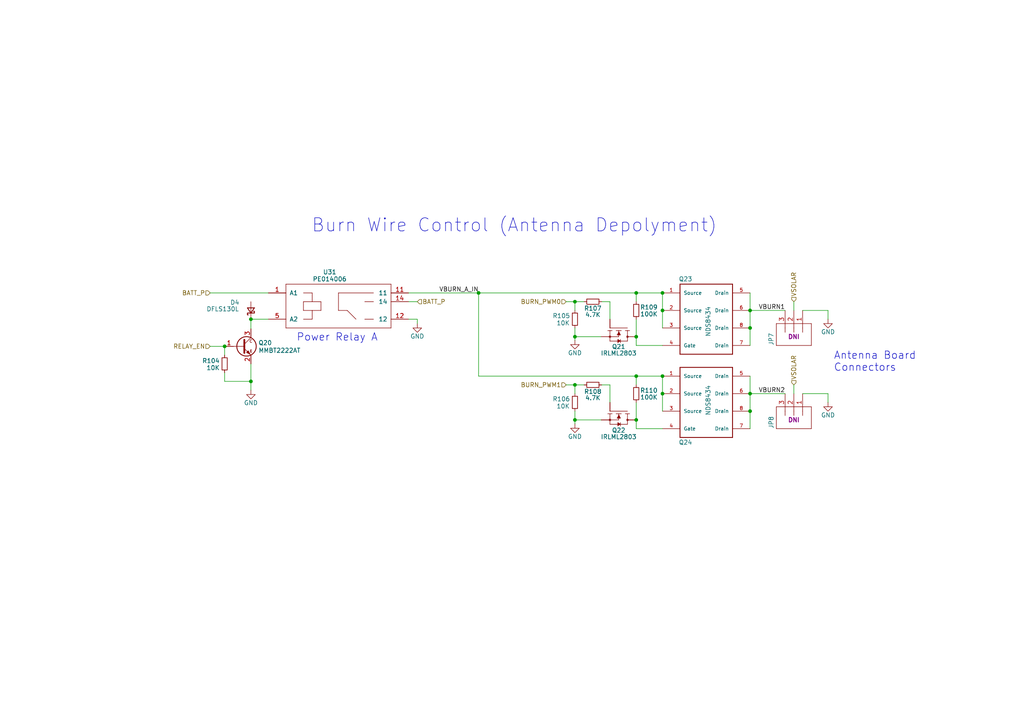
<source format=kicad_sch>
(kicad_sch
	(version 20231120)
	(generator "eeschema")
	(generator_version "8.0")
	(uuid "e149caaa-a204-4035-8ded-7f631914845c")
	(paper "A4")
	(title_block
		(title "PiCubed Mainboard")
		(date "2024-02-27")
		(rev "01")
		(company "RExLab Carnegie Mellon University")
		(comment 1 "Neil Khera")
	)
	(lib_symbols
		(symbol "Device:D_Schottky_Small"
			(pin_numbers hide)
			(pin_names
				(offset 0.254) hide)
			(exclude_from_sim no)
			(in_bom yes)
			(on_board yes)
			(property "Reference" "D"
				(at -1.27 2.032 0)
				(effects
					(font
						(size 1.27 1.27)
					)
					(justify left)
				)
			)
			(property "Value" "D_Schottky_Small"
				(at -7.112 -2.032 0)
				(effects
					(font
						(size 1.27 1.27)
					)
					(justify left)
				)
			)
			(property "Footprint" ""
				(at 0 0 90)
				(effects
					(font
						(size 1.27 1.27)
					)
					(hide yes)
				)
			)
			(property "Datasheet" "~"
				(at 0 0 90)
				(effects
					(font
						(size 1.27 1.27)
					)
					(hide yes)
				)
			)
			(property "Description" "Schottky diode, small symbol"
				(at 0 0 0)
				(effects
					(font
						(size 1.27 1.27)
					)
					(hide yes)
				)
			)
			(property "ki_keywords" "diode Schottky"
				(at 0 0 0)
				(effects
					(font
						(size 1.27 1.27)
					)
					(hide yes)
				)
			)
			(property "ki_fp_filters" "TO-???* *_Diode_* *SingleDiode* D_*"
				(at 0 0 0)
				(effects
					(font
						(size 1.27 1.27)
					)
					(hide yes)
				)
			)
			(symbol "D_Schottky_Small_0_1"
				(polyline
					(pts
						(xy -0.762 0) (xy 0.762 0)
					)
					(stroke
						(width 0)
						(type default)
					)
					(fill
						(type none)
					)
				)
				(polyline
					(pts
						(xy 0.762 -1.016) (xy -0.762 0) (xy 0.762 1.016) (xy 0.762 -1.016)
					)
					(stroke
						(width 0.254)
						(type default)
					)
					(fill
						(type none)
					)
				)
				(polyline
					(pts
						(xy -1.27 0.762) (xy -1.27 1.016) (xy -0.762 1.016) (xy -0.762 -1.016) (xy -0.254 -1.016) (xy -0.254 -0.762)
					)
					(stroke
						(width 0.254)
						(type default)
					)
					(fill
						(type none)
					)
				)
			)
			(symbol "D_Schottky_Small_1_1"
				(pin passive line
					(at -2.54 0 0)
					(length 1.778)
					(name "K"
						(effects
							(font
								(size 1.27 1.27)
							)
						)
					)
					(number "1"
						(effects
							(font
								(size 1.27 1.27)
							)
						)
					)
				)
				(pin passive line
					(at 2.54 0 180)
					(length 1.778)
					(name "A"
						(effects
							(font
								(size 1.27 1.27)
							)
						)
					)
					(number "2"
						(effects
							(font
								(size 1.27 1.27)
							)
						)
					)
				)
			)
		)
		(symbol "Device:R_Small"
			(pin_numbers hide)
			(pin_names
				(offset 0.254) hide)
			(exclude_from_sim no)
			(in_bom yes)
			(on_board yes)
			(property "Reference" "R"
				(at 0.762 0.508 0)
				(effects
					(font
						(size 1.27 1.27)
					)
					(justify left)
				)
			)
			(property "Value" "R_Small"
				(at 0.762 -1.016 0)
				(effects
					(font
						(size 1.27 1.27)
					)
					(justify left)
				)
			)
			(property "Footprint" ""
				(at 0 0 0)
				(effects
					(font
						(size 1.27 1.27)
					)
					(hide yes)
				)
			)
			(property "Datasheet" "~"
				(at 0 0 0)
				(effects
					(font
						(size 1.27 1.27)
					)
					(hide yes)
				)
			)
			(property "Description" "Resistor, small symbol"
				(at 0 0 0)
				(effects
					(font
						(size 1.27 1.27)
					)
					(hide yes)
				)
			)
			(property "ki_keywords" "R resistor"
				(at 0 0 0)
				(effects
					(font
						(size 1.27 1.27)
					)
					(hide yes)
				)
			)
			(property "ki_fp_filters" "R_*"
				(at 0 0 0)
				(effects
					(font
						(size 1.27 1.27)
					)
					(hide yes)
				)
			)
			(symbol "R_Small_0_1"
				(rectangle
					(start -0.762 1.778)
					(end 0.762 -1.778)
					(stroke
						(width 0.2032)
						(type default)
					)
					(fill
						(type none)
					)
				)
			)
			(symbol "R_Small_1_1"
				(pin passive line
					(at 0 2.54 270)
					(length 0.762)
					(name "~"
						(effects
							(font
								(size 1.27 1.27)
							)
						)
					)
					(number "1"
						(effects
							(font
								(size 1.27 1.27)
							)
						)
					)
				)
				(pin passive line
					(at 0 -2.54 90)
					(length 0.762)
					(name "~"
						(effects
							(font
								(size 1.27 1.27)
							)
						)
					)
					(number "2"
						(effects
							(font
								(size 1.27 1.27)
							)
						)
					)
				)
			)
		)
		(symbol "NDS8434_3"
			(pin_names
				(offset 1.016)
			)
			(exclude_from_sim no)
			(in_bom yes)
			(on_board yes)
			(property "Reference" "U"
				(at 0 0 0)
				(effects
					(font
						(size 1.27 1.27)
					)
					(justify left bottom)
					(hide yes)
				)
			)
			(property "Value" "NDS8434"
				(at 0 0 0)
				(effects
					(font
						(size 1.27 1.27)
					)
					(justify left bottom)
					(hide yes)
				)
			)
			(property "Footprint" "mainboard:NDS8434"
				(at 0 0 0)
				(effects
					(font
						(size 1.27 1.27)
					)
					(justify left bottom)
					(hide yes)
				)
			)
			(property "Datasheet" ""
				(at 0 0 0)
				(effects
					(font
						(size 1.27 1.27)
					)
					(justify left bottom)
					(hide yes)
				)
			)
			(property "Description" ""
				(at 0 0 0)
				(effects
					(font
						(size 1.27 1.27)
					)
					(hide yes)
				)
			)
			(property "Field4" "ON Semiconductor"
				(at 0 0 0)
				(effects
					(font
						(size 1.27 1.27)
					)
					(justify left bottom)
					(hide yes)
				)
			)
			(property "Field7" "NDS8434"
				(at 0 0 0)
				(effects
					(font
						(size 1.27 1.27)
					)
					(justify left bottom)
					(hide yes)
				)
			)
			(property "Field8" "SO-8 ON Semiconductor"
				(at 0 0 0)
				(effects
					(font
						(size 1.27 1.27)
					)
					(justify left bottom)
					(hide yes)
				)
			)
			(symbol "NDS8434_3_0_0"
				(polyline
					(pts
						(xy -7.62 -10.16) (xy -7.62 10.16)
					)
					(stroke
						(width 0.254)
						(type solid)
					)
					(fill
						(type none)
					)
				)
				(polyline
					(pts
						(xy -7.62 10.16) (xy 7.62 10.16)
					)
					(stroke
						(width 0.254)
						(type solid)
					)
					(fill
						(type none)
					)
				)
				(polyline
					(pts
						(xy 7.62 -10.16) (xy -7.62 -10.16)
					)
					(stroke
						(width 0.254)
						(type solid)
					)
					(fill
						(type none)
					)
				)
				(polyline
					(pts
						(xy 7.62 10.16) (xy 7.62 -10.16)
					)
					(stroke
						(width 0.254)
						(type solid)
					)
					(fill
						(type none)
					)
				)
				(pin bidirectional line
					(at -12.7 7.62 0)
					(length 5.08)
					(name "Source"
						(effects
							(font
								(size 1.016 1.016)
							)
						)
					)
					(number "1"
						(effects
							(font
								(size 1.016 1.016)
							)
						)
					)
				)
				(pin bidirectional line
					(at -12.7 2.54 0)
					(length 5.08)
					(name "Source"
						(effects
							(font
								(size 1.016 1.016)
							)
						)
					)
					(number "2"
						(effects
							(font
								(size 1.016 1.016)
							)
						)
					)
				)
				(pin bidirectional line
					(at -12.7 -2.54 0)
					(length 5.08)
					(name "Source"
						(effects
							(font
								(size 1.016 1.016)
							)
						)
					)
					(number "3"
						(effects
							(font
								(size 1.016 1.016)
							)
						)
					)
				)
				(pin bidirectional line
					(at -12.7 -7.62 0)
					(length 5.08)
					(name "Gate"
						(effects
							(font
								(size 1.016 1.016)
							)
						)
					)
					(number "4"
						(effects
							(font
								(size 1.016 1.016)
							)
						)
					)
				)
				(pin bidirectional line
					(at 12.7 7.62 180)
					(length 5.08)
					(name "Drain"
						(effects
							(font
								(size 1.016 1.016)
							)
						)
					)
					(number "5"
						(effects
							(font
								(size 1.016 1.016)
							)
						)
					)
				)
				(pin bidirectional line
					(at 12.7 2.54 180)
					(length 5.08)
					(name "Drain"
						(effects
							(font
								(size 1.016 1.016)
							)
						)
					)
					(number "6"
						(effects
							(font
								(size 1.016 1.016)
							)
						)
					)
				)
				(pin bidirectional line
					(at 12.7 -7.62 180)
					(length 5.08)
					(name "Drain"
						(effects
							(font
								(size 1.016 1.016)
							)
						)
					)
					(number "7"
						(effects
							(font
								(size 1.016 1.016)
							)
						)
					)
				)
				(pin bidirectional line
					(at 12.7 -2.54 180)
					(length 5.08)
					(name "Drain"
						(effects
							(font
								(size 1.016 1.016)
							)
						)
					)
					(number "8"
						(effects
							(font
								(size 1.016 1.016)
							)
						)
					)
				)
			)
		)
		(symbol "NDS8434_4"
			(pin_names
				(offset 1.016)
			)
			(exclude_from_sim no)
			(in_bom yes)
			(on_board yes)
			(property "Reference" "U"
				(at 0 0 0)
				(effects
					(font
						(size 1.27 1.27)
					)
					(justify left bottom)
					(hide yes)
				)
			)
			(property "Value" "NDS8434"
				(at 0 0 0)
				(effects
					(font
						(size 1.27 1.27)
					)
					(justify left bottom)
					(hide yes)
				)
			)
			(property "Footprint" "mainboard:NDS8434"
				(at 0 0 0)
				(effects
					(font
						(size 1.27 1.27)
					)
					(justify left bottom)
					(hide yes)
				)
			)
			(property "Datasheet" ""
				(at 0 0 0)
				(effects
					(font
						(size 1.27 1.27)
					)
					(justify left bottom)
					(hide yes)
				)
			)
			(property "Description" ""
				(at 0 0 0)
				(effects
					(font
						(size 1.27 1.27)
					)
					(hide yes)
				)
			)
			(property "Field4" "ON Semiconductor"
				(at 0 0 0)
				(effects
					(font
						(size 1.27 1.27)
					)
					(justify left bottom)
					(hide yes)
				)
			)
			(property "Field7" "NDS8434"
				(at 0 0 0)
				(effects
					(font
						(size 1.27 1.27)
					)
					(justify left bottom)
					(hide yes)
				)
			)
			(property "Field8" "SO-8 ON Semiconductor"
				(at 0 0 0)
				(effects
					(font
						(size 1.27 1.27)
					)
					(justify left bottom)
					(hide yes)
				)
			)
			(symbol "NDS8434_4_0_0"
				(polyline
					(pts
						(xy -7.62 -10.16) (xy -7.62 10.16)
					)
					(stroke
						(width 0.254)
						(type solid)
					)
					(fill
						(type none)
					)
				)
				(polyline
					(pts
						(xy -7.62 10.16) (xy 7.62 10.16)
					)
					(stroke
						(width 0.254)
						(type solid)
					)
					(fill
						(type none)
					)
				)
				(polyline
					(pts
						(xy 7.62 -10.16) (xy -7.62 -10.16)
					)
					(stroke
						(width 0.254)
						(type solid)
					)
					(fill
						(type none)
					)
				)
				(polyline
					(pts
						(xy 7.62 10.16) (xy 7.62 -10.16)
					)
					(stroke
						(width 0.254)
						(type solid)
					)
					(fill
						(type none)
					)
				)
				(pin bidirectional line
					(at -12.7 7.62 0)
					(length 5.08)
					(name "Source"
						(effects
							(font
								(size 1.016 1.016)
							)
						)
					)
					(number "1"
						(effects
							(font
								(size 1.016 1.016)
							)
						)
					)
				)
				(pin bidirectional line
					(at -12.7 2.54 0)
					(length 5.08)
					(name "Source"
						(effects
							(font
								(size 1.016 1.016)
							)
						)
					)
					(number "2"
						(effects
							(font
								(size 1.016 1.016)
							)
						)
					)
				)
				(pin bidirectional line
					(at -12.7 -2.54 0)
					(length 5.08)
					(name "Source"
						(effects
							(font
								(size 1.016 1.016)
							)
						)
					)
					(number "3"
						(effects
							(font
								(size 1.016 1.016)
							)
						)
					)
				)
				(pin bidirectional line
					(at -12.7 -7.62 0)
					(length 5.08)
					(name "Gate"
						(effects
							(font
								(size 1.016 1.016)
							)
						)
					)
					(number "4"
						(effects
							(font
								(size 1.016 1.016)
							)
						)
					)
				)
				(pin bidirectional line
					(at 12.7 7.62 180)
					(length 5.08)
					(name "Drain"
						(effects
							(font
								(size 1.016 1.016)
							)
						)
					)
					(number "5"
						(effects
							(font
								(size 1.016 1.016)
							)
						)
					)
				)
				(pin bidirectional line
					(at 12.7 2.54 180)
					(length 5.08)
					(name "Drain"
						(effects
							(font
								(size 1.016 1.016)
							)
						)
					)
					(number "6"
						(effects
							(font
								(size 1.016 1.016)
							)
						)
					)
				)
				(pin bidirectional line
					(at 12.7 -7.62 180)
					(length 5.08)
					(name "Drain"
						(effects
							(font
								(size 1.016 1.016)
							)
						)
					)
					(number "7"
						(effects
							(font
								(size 1.016 1.016)
							)
						)
					)
				)
				(pin bidirectional line
					(at 12.7 -2.54 180)
					(length 5.08)
					(name "Drain"
						(effects
							(font
								(size 1.016 1.016)
							)
						)
					)
					(number "8"
						(effects
							(font
								(size 1.016 1.016)
							)
						)
					)
				)
			)
		)
		(symbol "mainboard:IRLML2803TRPBF"
			(pin_names
				(offset 1.016)
			)
			(exclude_from_sim no)
			(in_bom yes)
			(on_board yes)
			(property "Reference" "Q"
				(at -11.43 1.27 0)
				(effects
					(font
						(size 1.4986 1.4986)
					)
					(justify left top)
				)
			)
			(property "Value" "IRLML2803TRPBF"
				(at -11.43 3.81 0)
				(effects
					(font
						(size 1.4986 1.4986)
					)
					(justify left top)
				)
			)
			(property "Footprint" ""
				(at 0 0 0)
				(effects
					(font
						(size 1.27 1.27)
					)
					(hide yes)
				)
			)
			(property "Datasheet" ""
				(at 0 0 0)
				(effects
					(font
						(size 1.27 1.27)
					)
					(hide yes)
				)
			)
			(property "Description" ""
				(at 0 0 0)
				(effects
					(font
						(size 1.27 1.27)
					)
					(hide yes)
				)
			)
			(property "ki_locked" ""
				(at 0 0 0)
				(effects
					(font
						(size 1.27 1.27)
					)
				)
			)
			(symbol "IRLML2803TRPBF_1_0"
				(polyline
					(pts
						(xy 0 2.54) (xy 0 -2.54)
					)
					(stroke
						(width 0)
						(type solid)
					)
					(fill
						(type none)
					)
				)
				(polyline
					(pts
						(xy 0.762 -2.54) (xy 0.762 -3.175)
					)
					(stroke
						(width 0)
						(type solid)
					)
					(fill
						(type none)
					)
				)
				(polyline
					(pts
						(xy 0.762 -1.905) (xy 0.762 -2.54)
					)
					(stroke
						(width 0)
						(type solid)
					)
					(fill
						(type none)
					)
				)
				(polyline
					(pts
						(xy 0.762 0) (xy 0.762 -0.762)
					)
					(stroke
						(width 0)
						(type solid)
					)
					(fill
						(type none)
					)
				)
				(polyline
					(pts
						(xy 0.762 0) (xy 2.54 0)
					)
					(stroke
						(width 0)
						(type solid)
					)
					(fill
						(type none)
					)
				)
				(polyline
					(pts
						(xy 0.762 0.762) (xy 0.762 0)
					)
					(stroke
						(width 0)
						(type solid)
					)
					(fill
						(type none)
					)
				)
				(polyline
					(pts
						(xy 0.762 2.54) (xy 0.762 1.905)
					)
					(stroke
						(width 0)
						(type solid)
					)
					(fill
						(type none)
					)
				)
				(polyline
					(pts
						(xy 0.762 2.54) (xy 3.81 2.54)
					)
					(stroke
						(width 0)
						(type solid)
					)
					(fill
						(type none)
					)
				)
				(polyline
					(pts
						(xy 0.762 3.175) (xy 0.762 2.54)
					)
					(stroke
						(width 0)
						(type solid)
					)
					(fill
						(type none)
					)
				)
				(polyline
					(pts
						(xy 2.54 -2.54) (xy 0.762 -2.54)
					)
					(stroke
						(width 0)
						(type solid)
					)
					(fill
						(type none)
					)
				)
				(polyline
					(pts
						(xy 2.54 -2.54) (xy 3.81 -2.54)
					)
					(stroke
						(width 0)
						(type solid)
					)
					(fill
						(type none)
					)
				)
				(polyline
					(pts
						(xy 2.54 0) (xy 2.54 -2.54)
					)
					(stroke
						(width 0)
						(type solid)
					)
					(fill
						(type none)
					)
				)
				(polyline
					(pts
						(xy 3.302 0.508) (xy 3.81 0.508)
					)
					(stroke
						(width 0)
						(type solid)
					)
					(fill
						(type none)
					)
				)
				(polyline
					(pts
						(xy 3.81 -0.508) (xy 3.81 -2.54)
					)
					(stroke
						(width 0)
						(type solid)
					)
					(fill
						(type none)
					)
				)
				(polyline
					(pts
						(xy 3.81 0.508) (xy 3.81 -0.508)
					)
					(stroke
						(width 0)
						(type solid)
					)
					(fill
						(type none)
					)
				)
				(polyline
					(pts
						(xy 3.81 0.508) (xy 4.318 0.508)
					)
					(stroke
						(width 0)
						(type solid)
					)
					(fill
						(type none)
					)
				)
				(polyline
					(pts
						(xy 3.81 2.54) (xy 3.81 0.508)
					)
					(stroke
						(width 0)
						(type solid)
					)
					(fill
						(type none)
					)
				)
				(polyline
					(pts
						(xy 1.016 0) (xy 2.032 0.508) (xy 2.032 -0.508)
					)
					(stroke
						(width 0)
						(type solid)
					)
					(fill
						(type outline)
					)
				)
				(polyline
					(pts
						(xy 3.81 0.508) (xy 3.302 -0.254) (xy 4.318 -0.254)
					)
					(stroke
						(width 0)
						(type solid)
					)
					(fill
						(type outline)
					)
				)
				(circle
					(center 2.54 -2.54)
					(radius 0.254)
					(stroke
						(width 0)
						(type solid)
					)
					(fill
						(type none)
					)
				)
				(circle
					(center 2.54 2.54)
					(radius 0.254)
					(stroke
						(width 0)
						(type solid)
					)
					(fill
						(type none)
					)
				)
				(pin passive line
					(at -2.54 -2.54 0)
					(length 2.54)
					(name "G"
						(effects
							(font
								(size 0 0)
							)
						)
					)
					(number "1"
						(effects
							(font
								(size 0 0)
							)
						)
					)
				)
				(pin passive line
					(at 2.54 -5.08 90)
					(length 2.54)
					(name "S"
						(effects
							(font
								(size 0 0)
							)
						)
					)
					(number "2"
						(effects
							(font
								(size 0 0)
							)
						)
					)
				)
				(pin passive line
					(at 2.54 5.08 270)
					(length 2.54)
					(name "D"
						(effects
							(font
								(size 0 0)
							)
						)
					)
					(number "3"
						(effects
							(font
								(size 0 0)
							)
						)
					)
				)
			)
		)
		(symbol "mainboard:M03POLAR_LOCK"
			(pin_names
				(offset 1.016)
			)
			(exclude_from_sim no)
			(in_bom yes)
			(on_board yes)
			(property "Reference" "JP"
				(at -2.54 5.842 0)
				(effects
					(font
						(size 1.4986 1.4986)
					)
					(justify left bottom)
				)
			)
			(property "Value" "M03POLAR_LOCK"
				(at -2.54 -7.62 0)
				(effects
					(font
						(size 1.4986 1.4986)
					)
					(justify left bottom)
				)
			)
			(property "Footprint" ""
				(at 0 0 0)
				(effects
					(font
						(size 1.27 1.27)
					)
					(hide yes)
				)
			)
			(property "Datasheet" ""
				(at 0 0 0)
				(effects
					(font
						(size 1.27 1.27)
					)
					(hide yes)
				)
			)
			(property "Description" ""
				(at 0 0 0)
				(effects
					(font
						(size 1.27 1.27)
					)
					(hide yes)
				)
			)
			(property "ki_locked" ""
				(at 0 0 0)
				(effects
					(font
						(size 1.27 1.27)
					)
				)
			)
			(symbol "M03POLAR_LOCK_1_0"
				(polyline
					(pts
						(xy -2.54 5.08) (xy -2.54 -5.08)
					)
					(stroke
						(width 0)
						(type solid)
					)
					(fill
						(type none)
					)
				)
				(polyline
					(pts
						(xy -2.54 5.08) (xy 3.81 5.08)
					)
					(stroke
						(width 0)
						(type solid)
					)
					(fill
						(type none)
					)
				)
				(polyline
					(pts
						(xy 1.27 -2.54) (xy 2.54 -2.54)
					)
					(stroke
						(width 0)
						(type solid)
					)
					(fill
						(type none)
					)
				)
				(polyline
					(pts
						(xy 1.27 0) (xy 2.54 0)
					)
					(stroke
						(width 0)
						(type solid)
					)
					(fill
						(type none)
					)
				)
				(polyline
					(pts
						(xy 1.27 2.54) (xy 2.54 2.54)
					)
					(stroke
						(width 0)
						(type solid)
					)
					(fill
						(type none)
					)
				)
				(polyline
					(pts
						(xy 3.81 -5.08) (xy -2.54 -5.08)
					)
					(stroke
						(width 0)
						(type solid)
					)
					(fill
						(type none)
					)
				)
				(polyline
					(pts
						(xy 3.81 -5.08) (xy 3.81 5.08)
					)
					(stroke
						(width 0)
						(type solid)
					)
					(fill
						(type none)
					)
				)
				(pin passive line
					(at 7.62 -2.54 180)
					(length 5.08)
					(name "1"
						(effects
							(font
								(size 0 0)
							)
						)
					)
					(number "1"
						(effects
							(font
								(size 1.27 1.27)
							)
						)
					)
				)
				(pin passive line
					(at 7.62 0 180)
					(length 5.08)
					(name "2"
						(effects
							(font
								(size 0 0)
							)
						)
					)
					(number "2"
						(effects
							(font
								(size 1.27 1.27)
							)
						)
					)
				)
				(pin passive line
					(at 7.62 2.54 180)
					(length 5.08)
					(name "3"
						(effects
							(font
								(size 0 0)
							)
						)
					)
					(number "3"
						(effects
							(font
								(size 1.27 1.27)
							)
						)
					)
				)
			)
		)
		(symbol "mainboard:MMBT2222AT"
			(pin_names
				(offset 1.016) hide)
			(exclude_from_sim no)
			(in_bom yes)
			(on_board yes)
			(property "Reference" "Q"
				(at -8.89 3.81 0)
				(effects
					(font
						(size 1.4986 1.4986)
					)
					(justify left bottom)
				)
			)
			(property "Value" "MMBT2222AT"
				(at 2.54 -1.27 0)
				(effects
					(font
						(size 1.4986 1.4986)
					)
					(justify left bottom)
				)
			)
			(property "Footprint" "custom-footprints:SOT-523F"
				(at 0 -6.35 0)
				(effects
					(font
						(size 1.27 1.27)
					)
					(hide yes)
				)
			)
			(property "Datasheet" ""
				(at 7.62 0 0)
				(effects
					(font
						(size 1.27 1.27)
					)
					(hide yes)
				)
			)
			(property "Description" ""
				(at 0 0 0)
				(effects
					(font
						(size 1.27 1.27)
					)
					(hide yes)
				)
			)
			(symbol "MMBT2222AT_0_1"
				(polyline
					(pts
						(xy -5.08 0) (xy -1.905 0)
					)
					(stroke
						(width 0)
						(type solid)
					)
					(fill
						(type none)
					)
				)
				(polyline
					(pts
						(xy -0.127 -1.397) (xy 0.254 -1.397)
					)
					(stroke
						(width 0)
						(type solid)
					)
					(fill
						(type none)
					)
				)
				(polyline
					(pts
						(xy -0.127 -1.016) (xy 0.254 -1.016)
					)
					(stroke
						(width 0)
						(type solid)
					)
					(fill
						(type none)
					)
				)
				(polyline
					(pts
						(xy -0.127 -1.016) (xy -0.127 -1.778) (xy 0.254 -1.778)
					)
					(stroke
						(width 0)
						(type solid)
					)
					(fill
						(type none)
					)
				)
				(polyline
					(pts
						(xy 0.254 1.905) (xy -0.127 1.905) (xy -0.254 1.651) (xy -0.254 1.397) (xy -0.127 1.143) (xy 0.254 1.143)
					)
					(stroke
						(width 0)
						(type solid)
					)
					(fill
						(type none)
					)
				)
			)
			(symbol "MMBT2222AT_1_1"
				(circle
					(center -1.27 0)
					(radius 2.8194)
					(stroke
						(width 0.254)
						(type solid)
					)
					(fill
						(type none)
					)
				)
				(polyline
					(pts
						(xy -1.905 0.635) (xy 0 2.54)
					)
					(stroke
						(width 0)
						(type solid)
					)
					(fill
						(type none)
					)
				)
				(polyline
					(pts
						(xy -1.905 -0.635) (xy 0 -2.54) (xy 0 -2.54)
					)
					(stroke
						(width 0)
						(type solid)
					)
					(fill
						(type none)
					)
				)
				(polyline
					(pts
						(xy -1.905 1.905) (xy -1.905 -1.905) (xy -1.905 -1.905)
					)
					(stroke
						(width 0.508)
						(type solid)
					)
					(fill
						(type none)
					)
				)
				(polyline
					(pts
						(xy -1.27 -1.778) (xy -0.762 -1.27) (xy -0.254 -2.286) (xy -1.27 -1.778) (xy -1.27 -1.778)
					)
					(stroke
						(width 0)
						(type solid)
					)
					(fill
						(type outline)
					)
				)
				(pin input line
					(at -7.62 0 0)
					(length 2.54)
					(name "B"
						(effects
							(font
								(size 1.27 1.27)
							)
						)
					)
					(number "1"
						(effects
							(font
								(size 1.27 1.27)
							)
						)
					)
				)
				(pin passive line
					(at 0 -5.08 90)
					(length 2.54)
					(name "E"
						(effects
							(font
								(size 1.27 1.27)
							)
						)
					)
					(number "2"
						(effects
							(font
								(size 1.27 1.27)
							)
						)
					)
				)
				(pin passive line
					(at 0 5.08 270)
					(length 2.54)
					(name "C"
						(effects
							(font
								(size 1.27 1.27)
							)
						)
					)
					(number "3"
						(effects
							(font
								(size 1.27 1.27)
							)
						)
					)
				)
			)
		)
		(symbol "mainboard:PE014005"
			(pin_names
				(offset 1.016)
			)
			(exclude_from_sim no)
			(in_bom yes)
			(on_board yes)
			(property "Reference" "U"
				(at -2.1844 9.1186 0)
				(effects
					(font
						(size 1.7526 1.7526)
					)
					(justify left bottom)
				)
			)
			(property "Value" "PE014005"
				(at -2.8194 6.5786 0)
				(effects
					(font
						(size 1.7526 1.7526)
					)
					(justify left bottom)
				)
			)
			(property "Footprint" ""
				(at 0 0 0)
				(effects
					(font
						(size 1.27 1.27)
					)
					(hide yes)
				)
			)
			(property "Datasheet" ""
				(at 0 0 0)
				(effects
					(font
						(size 1.27 1.27)
					)
					(hide yes)
				)
			)
			(property "Description" ""
				(at 0 0 0)
				(effects
					(font
						(size 1.27 1.27)
					)
					(hide yes)
				)
			)
			(property "ki_locked" ""
				(at 0 0 0)
				(effects
					(font
						(size 1.27 1.27)
					)
				)
			)
			(symbol "PE014005_1_0"
				(polyline
					(pts
						(xy -12.7 -7.62) (xy 17.78 -7.62)
					)
					(stroke
						(width 0)
						(type solid)
					)
					(fill
						(type none)
					)
				)
				(polyline
					(pts
						(xy -12.7 5.08) (xy -12.7 -7.62)
					)
					(stroke
						(width 0)
						(type solid)
					)
					(fill
						(type none)
					)
				)
				(polyline
					(pts
						(xy -7.62 -2.54) (xy -7.62 0)
					)
					(stroke
						(width 0)
						(type solid)
					)
					(fill
						(type none)
					)
				)
				(polyline
					(pts
						(xy -7.62 0) (xy -5.08 0)
					)
					(stroke
						(width 0)
						(type solid)
					)
					(fill
						(type none)
					)
				)
				(polyline
					(pts
						(xy -7.62 2.54) (xy -5.08 2.54)
					)
					(stroke
						(width 0)
						(type solid)
					)
					(fill
						(type none)
					)
				)
				(polyline
					(pts
						(xy -5.08 -5.08) (xy -7.62 -5.08)
					)
					(stroke
						(width 0)
						(type solid)
					)
					(fill
						(type none)
					)
				)
				(polyline
					(pts
						(xy -5.08 -2.54) (xy -7.62 -2.54)
					)
					(stroke
						(width 0)
						(type solid)
					)
					(fill
						(type none)
					)
				)
				(polyline
					(pts
						(xy -5.08 -2.54) (xy -5.08 -5.08)
					)
					(stroke
						(width 0)
						(type solid)
					)
					(fill
						(type none)
					)
				)
				(polyline
					(pts
						(xy -5.08 0) (xy -2.54 0)
					)
					(stroke
						(width 0)
						(type solid)
					)
					(fill
						(type none)
					)
				)
				(polyline
					(pts
						(xy -5.08 2.54) (xy -5.08 0)
					)
					(stroke
						(width 0)
						(type solid)
					)
					(fill
						(type none)
					)
				)
				(polyline
					(pts
						(xy -2.54 -2.54) (xy -5.08 -2.54)
					)
					(stroke
						(width 0)
						(type solid)
					)
					(fill
						(type none)
					)
				)
				(polyline
					(pts
						(xy -2.54 0) (xy -2.54 -2.54)
					)
					(stroke
						(width 0)
						(type solid)
					)
					(fill
						(type none)
					)
				)
				(polyline
					(pts
						(xy 2.54 -2.54) (xy 5.08 -2.54)
					)
					(stroke
						(width 0)
						(type solid)
					)
					(fill
						(type none)
					)
				)
				(polyline
					(pts
						(xy 2.54 2.54) (xy 2.54 -2.54)
					)
					(stroke
						(width 0)
						(type solid)
					)
					(fill
						(type none)
					)
				)
				(polyline
					(pts
						(xy 5.08 -2.54) (xy 7.62 -5.08)
					)
					(stroke
						(width 0)
						(type solid)
					)
					(fill
						(type none)
					)
				)
				(polyline
					(pts
						(xy 12.7 -5.08) (xy 10.16 -5.08)
					)
					(stroke
						(width 0)
						(type solid)
					)
					(fill
						(type none)
					)
				)
				(polyline
					(pts
						(xy 12.7 0) (xy 10.16 0)
					)
					(stroke
						(width 0)
						(type solid)
					)
					(fill
						(type none)
					)
				)
				(polyline
					(pts
						(xy 12.7 2.54) (xy 2.54 2.54)
					)
					(stroke
						(width 0)
						(type solid)
					)
					(fill
						(type none)
					)
				)
				(polyline
					(pts
						(xy 17.78 -7.62) (xy 17.78 5.08)
					)
					(stroke
						(width 0)
						(type solid)
					)
					(fill
						(type none)
					)
				)
				(polyline
					(pts
						(xy 17.78 5.08) (xy -12.7 5.08)
					)
					(stroke
						(width 0)
						(type solid)
					)
					(fill
						(type none)
					)
				)
				(pin passive line
					(at -17.78 2.54 0)
					(length 5.08)
					(name "A1"
						(effects
							(font
								(size 1.27 1.27)
							)
						)
					)
					(number "1"
						(effects
							(font
								(size 1.27 1.27)
							)
						)
					)
				)
				(pin passive line
					(at 22.86 2.54 180)
					(length 5.08)
					(name "11"
						(effects
							(font
								(size 1.27 1.27)
							)
						)
					)
					(number "11"
						(effects
							(font
								(size 1.27 1.27)
							)
						)
					)
				)
				(pin passive line
					(at 22.86 -5.08 180)
					(length 5.08)
					(name "12"
						(effects
							(font
								(size 1.27 1.27)
							)
						)
					)
					(number "12"
						(effects
							(font
								(size 1.27 1.27)
							)
						)
					)
				)
				(pin passive line
					(at 22.86 0 180)
					(length 5.08)
					(name "14"
						(effects
							(font
								(size 1.27 1.27)
							)
						)
					)
					(number "14"
						(effects
							(font
								(size 1.27 1.27)
							)
						)
					)
				)
				(pin passive line
					(at -17.78 -5.08 0)
					(length 5.08)
					(name "A2"
						(effects
							(font
								(size 1.27 1.27)
							)
						)
					)
					(number "5"
						(effects
							(font
								(size 1.27 1.27)
							)
						)
					)
				)
			)
		)
		(symbol "power:GND"
			(power)
			(pin_names
				(offset 0)
			)
			(exclude_from_sim no)
			(in_bom yes)
			(on_board yes)
			(property "Reference" "#PWR"
				(at 0 -6.35 0)
				(effects
					(font
						(size 1.27 1.27)
					)
					(hide yes)
				)
			)
			(property "Value" "GND"
				(at 0 -3.81 0)
				(effects
					(font
						(size 1.27 1.27)
					)
				)
			)
			(property "Footprint" ""
				(at 0 0 0)
				(effects
					(font
						(size 1.27 1.27)
					)
					(hide yes)
				)
			)
			(property "Datasheet" ""
				(at 0 0 0)
				(effects
					(font
						(size 1.27 1.27)
					)
					(hide yes)
				)
			)
			(property "Description" "Power symbol creates a global label with name \"GND\" , ground"
				(at 0 0 0)
				(effects
					(font
						(size 1.27 1.27)
					)
					(hide yes)
				)
			)
			(property "ki_keywords" "global power"
				(at 0 0 0)
				(effects
					(font
						(size 1.27 1.27)
					)
					(hide yes)
				)
			)
			(symbol "GND_0_1"
				(polyline
					(pts
						(xy 0 0) (xy 0 -1.27) (xy 1.27 -1.27) (xy 0 -2.54) (xy -1.27 -1.27) (xy 0 -1.27)
					)
					(stroke
						(width 0)
						(type default)
					)
					(fill
						(type none)
					)
				)
			)
			(symbol "GND_1_1"
				(pin power_in line
					(at 0 0 270)
					(length 0) hide
					(name "GND"
						(effects
							(font
								(size 1.27 1.27)
							)
						)
					)
					(number "1"
						(effects
							(font
								(size 1.27 1.27)
							)
						)
					)
				)
			)
		)
	)
	(junction
		(at 217.551 95.123)
		(diameter 0)
		(color 0 0 0 0)
		(uuid "08d17538-3540-4a2a-aeef-4696815666eb")
	)
	(junction
		(at 184.531 84.963)
		(diameter 0)
		(color 0 0 0 0)
		(uuid "0ba4325a-2a73-4eed-932c-da393a44b145")
	)
	(junction
		(at 166.751 121.793)
		(diameter 0)
		(color 0 0 0 0)
		(uuid "1287cf5e-acd3-4b1d-b2bb-7176506319b7")
	)
	(junction
		(at 217.551 114.173)
		(diameter 0)
		(color 0 0 0 0)
		(uuid "252dd15f-a71c-438a-8df6-3fdc4f27e5ee")
	)
	(junction
		(at 184.531 97.663)
		(diameter 0)
		(color 0 0 0 0)
		(uuid "326491be-069b-4e47-abb9-50d6a476a8af")
	)
	(junction
		(at 65.151 100.457)
		(diameter 0)
		(color 0 0 0 0)
		(uuid "397332c7-ed51-42cb-9ad4-c42cd100a97b")
	)
	(junction
		(at 192.151 90.043)
		(diameter 0)
		(color 0 0 0 0)
		(uuid "3a692e1f-b3c0-4c28-bab8-893576db5eb8")
	)
	(junction
		(at 192.151 84.963)
		(diameter 0)
		(color 0 0 0 0)
		(uuid "41a90028-93de-4e31-82cd-5a31c8a6daaf")
	)
	(junction
		(at 184.531 121.793)
		(diameter 0)
		(color 0 0 0 0)
		(uuid "4cc7b8f2-6578-48c7-8ccc-bbc680293354")
	)
	(junction
		(at 166.751 97.663)
		(diameter 0)
		(color 0 0 0 0)
		(uuid "4f3fdb24-b2d5-4e63-95ce-98a17d2f26d0")
	)
	(junction
		(at 217.551 90.043)
		(diameter 0)
		(color 0 0 0 0)
		(uuid "54d04be9-26d4-4dc2-a43f-48adc3732a79")
	)
	(junction
		(at 166.751 111.633)
		(diameter 0)
		(color 0 0 0 0)
		(uuid "5932f07b-54d7-489d-affc-6f8bf2ae8d06")
	)
	(junction
		(at 192.151 109.093)
		(diameter 0)
		(color 0 0 0 0)
		(uuid "6bbe7a42-5bbc-4a58-b4ed-46a4202a1b6b")
	)
	(junction
		(at 166.751 87.503)
		(diameter 0)
		(color 0 0 0 0)
		(uuid "7109b193-55a7-41c4-babd-6d2b9f8ff2ab")
	)
	(junction
		(at 217.551 119.253)
		(diameter 0)
		(color 0 0 0 0)
		(uuid "89c50565-7ab8-42a8-98f4-50711e321b8b")
	)
	(junction
		(at 72.771 110.617)
		(diameter 0)
		(color 0 0 0 0)
		(uuid "9a1f867f-12eb-47fb-ae52-454bfaedf104")
	)
	(junction
		(at 192.151 114.173)
		(diameter 0)
		(color 0 0 0 0)
		(uuid "a9b6a06a-07e0-4819-870c-af39fbd18bea")
	)
	(junction
		(at 138.811 84.963)
		(diameter 0)
		(color 0 0 0 0)
		(uuid "d1eb6f5d-e445-4dfb-9b50-7db6a5afd0fa")
	)
	(junction
		(at 72.771 92.583)
		(diameter 0)
		(color 0 0 0 0)
		(uuid "d282a1ff-8514-4a37-8291-a0341372584a")
	)
	(junction
		(at 184.531 109.093)
		(diameter 0)
		(color 0 0 0 0)
		(uuid "f063fee3-1537-424b-8ce8-0cc4991f0458")
	)
	(wire
		(pts
			(xy 217.551 119.253) (xy 217.551 114.173)
		)
		(stroke
			(width 0)
			(type default)
		)
		(uuid "04377566-6d89-47c3-87c1-2a6081ae3364")
	)
	(wire
		(pts
			(xy 118.491 84.963) (xy 138.811 84.963)
		)
		(stroke
			(width 0)
			(type default)
		)
		(uuid "084b958a-99ca-4506-9b76-6df7e5e45598")
	)
	(wire
		(pts
			(xy 184.531 109.093) (xy 192.151 109.093)
		)
		(stroke
			(width 0)
			(type default)
		)
		(uuid "0b2ce8fa-fbc8-44ca-a799-a073935d1ee3")
	)
	(wire
		(pts
			(xy 184.531 124.333) (xy 184.531 121.793)
		)
		(stroke
			(width 0)
			(type default)
		)
		(uuid "0c3e5702-a2af-4043-9ed7-6237bbc85873")
	)
	(wire
		(pts
			(xy 174.371 121.793) (xy 166.751 121.793)
		)
		(stroke
			(width 0)
			(type default)
		)
		(uuid "0c7a3dd8-d744-455f-b359-c872100e413c")
	)
	(wire
		(pts
			(xy 184.531 92.583) (xy 184.531 97.663)
		)
		(stroke
			(width 0)
			(type default)
		)
		(uuid "178c98de-82fc-4c8b-806b-118cea8dc5e3")
	)
	(wire
		(pts
			(xy 121.031 92.583) (xy 118.491 92.583)
		)
		(stroke
			(width 0)
			(type default)
		)
		(uuid "1b47d53b-6ee0-466b-86a7-4265803789ed")
	)
	(wire
		(pts
			(xy 166.751 111.633) (xy 166.751 114.173)
		)
		(stroke
			(width 0)
			(type default)
		)
		(uuid "1b6df1bb-4269-488c-8090-aeb93210e64b")
	)
	(wire
		(pts
			(xy 72.771 92.583) (xy 77.851 92.583)
		)
		(stroke
			(width 0)
			(type default)
		)
		(uuid "1c40400b-b3bd-4364-a7a6-a17100a74ba2")
	)
	(wire
		(pts
			(xy 166.751 111.633) (xy 164.211 111.633)
		)
		(stroke
			(width 0)
			(type default)
		)
		(uuid "207c6278-0b2e-4226-bac2-1077a436cc94")
	)
	(wire
		(pts
			(xy 217.551 114.173) (xy 227.711 114.173)
		)
		(stroke
			(width 0)
			(type default)
		)
		(uuid "25871bb6-3be9-49dd-b773-3889ccd5cba3")
	)
	(wire
		(pts
			(xy 217.551 90.043) (xy 227.711 90.043)
		)
		(stroke
			(width 0)
			(type default)
		)
		(uuid "28525a9b-565c-4973-bcc9-24c5d3e73826")
	)
	(wire
		(pts
			(xy 192.151 114.173) (xy 192.151 109.093)
		)
		(stroke
			(width 0)
			(type default)
		)
		(uuid "31a95b60-466d-45de-9ef3-254430cbda60")
	)
	(wire
		(pts
			(xy 65.151 110.617) (xy 72.771 110.617)
		)
		(stroke
			(width 0)
			(type default)
		)
		(uuid "32a48977-b8f0-42e0-a48d-4392ae32e660")
	)
	(wire
		(pts
			(xy 176.911 116.713) (xy 176.911 111.633)
		)
		(stroke
			(width 0)
			(type default)
		)
		(uuid "3393c59c-2954-408a-a40c-2ce135932520")
	)
	(wire
		(pts
			(xy 184.531 84.963) (xy 192.151 84.963)
		)
		(stroke
			(width 0)
			(type default)
		)
		(uuid "342e2899-958d-4db1-8fe8-0736b6fb2ef5")
	)
	(wire
		(pts
			(xy 166.751 87.503) (xy 166.751 90.043)
		)
		(stroke
			(width 0)
			(type default)
		)
		(uuid "39142a52-0ad3-484a-8601-599156ccc7e3")
	)
	(wire
		(pts
			(xy 65.151 100.457) (xy 65.151 102.997)
		)
		(stroke
			(width 0)
			(type default)
		)
		(uuid "488f064d-ee5a-44d1-95c0-be535a840a1d")
	)
	(wire
		(pts
			(xy 164.211 87.503) (xy 166.751 87.503)
		)
		(stroke
			(width 0)
			(type default)
		)
		(uuid "4f9c2d1f-5c93-449d-a819-b70e8dd78007")
	)
	(wire
		(pts
			(xy 121.031 93.853) (xy 121.031 92.583)
		)
		(stroke
			(width 0)
			(type default)
		)
		(uuid "54b14760-9dc7-45f4-b244-e87555e52c43")
	)
	(wire
		(pts
			(xy 184.531 100.203) (xy 184.531 97.663)
		)
		(stroke
			(width 0)
			(type default)
		)
		(uuid "5b22b26e-cb8a-4ca0-8e4d-1686f748eee6")
	)
	(wire
		(pts
			(xy 72.771 110.617) (xy 72.771 105.537)
		)
		(stroke
			(width 0)
			(type default)
		)
		(uuid "5bf8c86b-091f-4715-95c7-9d72c01b0677")
	)
	(wire
		(pts
			(xy 192.151 119.253) (xy 192.151 114.173)
		)
		(stroke
			(width 0)
			(type default)
		)
		(uuid "5c847267-b471-44f6-a260-2e3abd7ec8f1")
	)
	(wire
		(pts
			(xy 217.551 114.173) (xy 217.551 109.093)
		)
		(stroke
			(width 0)
			(type default)
		)
		(uuid "617e6b78-d112-4569-a52b-416925bc77c0")
	)
	(wire
		(pts
			(xy 184.531 109.093) (xy 184.531 111.633)
		)
		(stroke
			(width 0)
			(type default)
		)
		(uuid "61a426eb-2a1d-4c1c-a707-9c8ef51bc211")
	)
	(wire
		(pts
			(xy 192.151 90.043) (xy 192.151 84.963)
		)
		(stroke
			(width 0)
			(type default)
		)
		(uuid "6d6f817d-2403-4001-a020-08bf59d2e6ba")
	)
	(wire
		(pts
			(xy 230.251 111.633) (xy 230.251 114.173)
		)
		(stroke
			(width 0)
			(type default)
		)
		(uuid "718191cf-6375-4f37-b6ca-82a5b1cd0cce")
	)
	(wire
		(pts
			(xy 174.498 87.503) (xy 176.911 87.503)
		)
		(stroke
			(width 0)
			(type default)
		)
		(uuid "72b27cd3-43e5-44e4-af63-b21298537549")
	)
	(wire
		(pts
			(xy 60.96 100.457) (xy 65.151 100.457)
		)
		(stroke
			(width 0)
			(type default)
		)
		(uuid "736f332b-39ec-4c46-b54a-f9ecc8d5821f")
	)
	(wire
		(pts
			(xy 184.531 84.963) (xy 184.531 87.503)
		)
		(stroke
			(width 0)
			(type default)
		)
		(uuid "76d6ec80-2edc-42f5-90df-4ae2220d4f58")
	)
	(wire
		(pts
			(xy 60.96 84.963) (xy 77.851 84.963)
		)
		(stroke
			(width 0)
			(type default)
		)
		(uuid "7bd0cc1e-019c-4664-bd90-43ea4c6d34a8")
	)
	(wire
		(pts
			(xy 192.151 95.123) (xy 192.151 90.043)
		)
		(stroke
			(width 0)
			(type default)
		)
		(uuid "7d079cb4-7bdd-4e52-ba80-d733e24489b4")
	)
	(wire
		(pts
			(xy 240.157 90.043) (xy 232.791 90.043)
		)
		(stroke
			(width 0)
			(type default)
		)
		(uuid "7d4f0bf1-1f53-4332-807d-ccd6082296b6")
	)
	(wire
		(pts
			(xy 176.911 92.583) (xy 176.911 87.503)
		)
		(stroke
			(width 0)
			(type default)
		)
		(uuid "83ee5064-7ade-4231-8a48-7b37cb5da5e6")
	)
	(wire
		(pts
			(xy 217.551 95.123) (xy 217.551 100.203)
		)
		(stroke
			(width 0)
			(type default)
		)
		(uuid "85ec68b3-a027-411b-902c-8f7536475462")
	)
	(wire
		(pts
			(xy 166.751 87.503) (xy 169.418 87.503)
		)
		(stroke
			(width 0)
			(type default)
		)
		(uuid "8920ceda-cdbe-4676-a551-f11a11c0c9c1")
	)
	(wire
		(pts
			(xy 72.771 95.377) (xy 72.771 92.583)
		)
		(stroke
			(width 0)
			(type default)
		)
		(uuid "8c7615e4-4c80-4693-9161-80fadee45eed")
	)
	(wire
		(pts
			(xy 192.151 100.203) (xy 184.531 100.203)
		)
		(stroke
			(width 0)
			(type default)
		)
		(uuid "92b74842-e786-4912-bf81-210cd7619cb4")
	)
	(wire
		(pts
			(xy 240.157 116.713) (xy 240.157 114.173)
		)
		(stroke
			(width 0)
			(type default)
		)
		(uuid "95be1f02-0d73-4e6e-826c-3e6f5b6d7188")
	)
	(wire
		(pts
			(xy 138.811 84.963) (xy 138.811 109.093)
		)
		(stroke
			(width 0)
			(type default)
		)
		(uuid "98588d16-e166-4e6a-9be6-af2187429d89")
	)
	(wire
		(pts
			(xy 166.751 95.123) (xy 166.751 97.663)
		)
		(stroke
			(width 0)
			(type default)
		)
		(uuid "99c3237d-99d6-49a4-9c58-aebde2d1887c")
	)
	(wire
		(pts
			(xy 166.751 98.679) (xy 166.751 97.663)
		)
		(stroke
			(width 0)
			(type default)
		)
		(uuid "9db96d86-8841-4b3c-8a48-1ae25f34f445")
	)
	(wire
		(pts
			(xy 230.251 90.043) (xy 230.251 87.503)
		)
		(stroke
			(width 0)
			(type default)
		)
		(uuid "a2aedd2d-f0b3-4216-a2c8-0d37b5783fdf")
	)
	(wire
		(pts
			(xy 240.157 114.173) (xy 232.791 114.173)
		)
		(stroke
			(width 0)
			(type default)
		)
		(uuid "a6f33623-7cf4-4efb-98c9-a3ecc3e82956")
	)
	(wire
		(pts
			(xy 138.811 84.963) (xy 184.531 84.963)
		)
		(stroke
			(width 0)
			(type default)
		)
		(uuid "b4eb1b6b-65c2-4880-bb5f-e2cd173e78bf")
	)
	(wire
		(pts
			(xy 192.151 124.333) (xy 184.531 124.333)
		)
		(stroke
			(width 0)
			(type default)
		)
		(uuid "b81f2468-07ab-4778-81b6-1fb4f94d009a")
	)
	(wire
		(pts
			(xy 138.811 109.093) (xy 184.531 109.093)
		)
		(stroke
			(width 0)
			(type default)
		)
		(uuid "ba93107e-22cd-4bfb-b52e-0ca4889903d8")
	)
	(wire
		(pts
			(xy 166.751 119.253) (xy 166.751 121.793)
		)
		(stroke
			(width 0)
			(type default)
		)
		(uuid "c213397b-67f6-4730-b094-ae60384aef60")
	)
	(wire
		(pts
			(xy 118.491 87.503) (xy 121.031 87.503)
		)
		(stroke
			(width 0)
			(type default)
		)
		(uuid "c43a3505-38d8-4a89-81bf-767bf3a1010d")
	)
	(wire
		(pts
			(xy 217.551 124.333) (xy 217.551 119.253)
		)
		(stroke
			(width 0)
			(type default)
		)
		(uuid "c71fbdfb-60fb-41e1-9d9d-a3f3145925c0")
	)
	(wire
		(pts
			(xy 65.151 108.077) (xy 65.151 110.617)
		)
		(stroke
			(width 0)
			(type default)
		)
		(uuid "d0360c91-bd14-4ca4-a3b3-798094574f22")
	)
	(wire
		(pts
			(xy 174.498 111.633) (xy 176.911 111.633)
		)
		(stroke
			(width 0)
			(type default)
		)
		(uuid "d1593530-1ff8-48e6-937c-1336714619a1")
	)
	(wire
		(pts
			(xy 166.751 111.633) (xy 169.418 111.633)
		)
		(stroke
			(width 0)
			(type default)
		)
		(uuid "d49294c8-5b4c-4f50-9f4d-5a35aada9cd4")
	)
	(wire
		(pts
			(xy 166.751 122.936) (xy 166.751 121.793)
		)
		(stroke
			(width 0)
			(type default)
		)
		(uuid "de80f135-81eb-47c3-97ba-43ce1b48da0e")
	)
	(wire
		(pts
			(xy 184.531 116.713) (xy 184.531 121.793)
		)
		(stroke
			(width 0)
			(type default)
		)
		(uuid "e712697c-ff12-4e2d-8fcd-a20e2cf26e2b")
	)
	(wire
		(pts
			(xy 166.751 97.663) (xy 174.371 97.663)
		)
		(stroke
			(width 0)
			(type default)
		)
		(uuid "e94bcdb4-0fb0-43b5-8eeb-06b533e2306a")
	)
	(wire
		(pts
			(xy 240.157 92.583) (xy 240.157 90.043)
		)
		(stroke
			(width 0)
			(type default)
		)
		(uuid "eda0bd01-98d9-40cf-9b83-198f9d3f85cd")
	)
	(wire
		(pts
			(xy 217.551 84.963) (xy 217.551 90.043)
		)
		(stroke
			(width 0)
			(type default)
		)
		(uuid "f7d8b554-c039-42e6-93a2-00a0c0e6025c")
	)
	(wire
		(pts
			(xy 72.771 113.157) (xy 72.771 110.617)
		)
		(stroke
			(width 0)
			(type default)
		)
		(uuid "fb01f7c4-8d55-48e5-8390-13c9026874e6")
	)
	(wire
		(pts
			(xy 217.551 90.043) (xy 217.551 95.123)
		)
		(stroke
			(width 0)
			(type default)
		)
		(uuid "fec19ba7-3c6b-4c4f-9f47-0b80e49aed71")
	)
	(text "Antenna Board\nConnectors"
		(exclude_from_sim no)
		(at 241.808 107.95 0)
		(effects
			(font
				(size 2.159 2.159)
			)
			(justify left bottom)
		)
		(uuid "30b4dc95-03b4-4f0c-bb7c-6f1e373b2dfc")
	)
	(text "Power Relay A"
		(exclude_from_sim no)
		(at 85.979 99.187 0)
		(effects
			(font
				(size 2.159 2.159)
			)
			(justify left bottom)
		)
		(uuid "65e89a14-0e0f-427a-af27-c7a620755e93")
	)
	(text "Burn Wire Control (Antenna Depolyment)"
		(exclude_from_sim no)
		(at 90.297 67.691 0)
		(effects
			(font
				(size 3.81 3.81)
			)
			(justify left bottom)
		)
		(uuid "a5b75ade-1535-4ab3-beec-81ce20753a3b")
	)
	(label "VBURN2"
		(at 227.711 114.173 180)
		(fields_autoplaced yes)
		(effects
			(font
				(size 1.27 1.27)
			)
			(justify right bottom)
		)
		(uuid "03050a79-5a2b-4ce7-858c-8c09342a746b")
	)
	(label "VBURN1"
		(at 227.711 90.043 180)
		(fields_autoplaced yes)
		(effects
			(font
				(size 1.27 1.27)
			)
			(justify right bottom)
		)
		(uuid "249defae-3930-4a4e-ae75-e1a7f6afdffe")
	)
	(label "VBURN_A_IN"
		(at 138.811 84.963 180)
		(fields_autoplaced yes)
		(effects
			(font
				(size 1.27 1.27)
			)
			(justify right bottom)
		)
		(uuid "9e69b68a-6175-4c46-a669-7a250b150bfb")
	)
	(hierarchical_label "BATT_P"
		(shape input)
		(at 60.96 84.963 180)
		(fields_autoplaced yes)
		(effects
			(font
				(size 1.27 1.27)
			)
			(justify right)
		)
		(uuid "14a36638-5924-4b7e-83d0-2cd76753fdc9")
	)
	(hierarchical_label "BURN_PWM1"
		(shape input)
		(at 164.211 111.633 180)
		(fields_autoplaced yes)
		(effects
			(font
				(size 1.27 1.27)
			)
			(justify right)
		)
		(uuid "56a19b14-b9ee-4154-84f1-6efe9f9d2eea")
	)
	(hierarchical_label "BATT_P"
		(shape input)
		(at 121.031 87.503 0)
		(fields_autoplaced yes)
		(effects
			(font
				(size 1.27 1.27)
			)
			(justify left)
		)
		(uuid "67a204e7-cf4e-49b7-90be-057dea46809f")
	)
	(hierarchical_label "RELAY_EN"
		(shape input)
		(at 60.96 100.457 180)
		(fields_autoplaced yes)
		(effects
			(font
				(size 1.27 1.27)
			)
			(justify right)
		)
		(uuid "a07c75f7-447b-4b1f-b1d7-9c987c3ac1cf")
	)
	(hierarchical_label "BURN_PWM0"
		(shape input)
		(at 164.211 87.503 180)
		(fields_autoplaced yes)
		(effects
			(font
				(size 1.27 1.27)
			)
			(justify right)
		)
		(uuid "d79f92c3-3b4c-4d46-af42-7177eb0752ee")
	)
	(hierarchical_label "VSOLAR"
		(shape input)
		(at 230.251 87.503 90)
		(fields_autoplaced yes)
		(effects
			(font
				(size 1.27 1.27)
			)
			(justify left)
		)
		(uuid "ef7f7432-f908-4c34-b078-d4c663554a27")
	)
	(hierarchical_label "VSOLAR"
		(shape input)
		(at 230.251 111.633 90)
		(fields_autoplaced yes)
		(effects
			(font
				(size 1.27 1.27)
			)
			(justify left)
		)
		(uuid "f3bdbf65-0274-4c17-ae70-72a75607745b")
	)
	(symbol
		(lib_id "Device:R_Small")
		(at 184.531 90.043 180)
		(unit 1)
		(exclude_from_sim no)
		(in_bom yes)
		(on_board yes)
		(dnp no)
		(uuid "06cc4cc4-dbfa-414b-a0a6-0be3d3cf9461")
		(property "Reference" "R109"
			(at 188.214 88.392 0)
			(effects
				(font
					(size 1.27 1.27)
				)
				(justify bottom)
			)
		)
		(property "Value" "100K"
			(at 188.214 91.821 0)
			(effects
				(font
					(size 1.27 1.27)
				)
				(justify top)
			)
		)
		(property "Footprint" "Resistor_SMD:R_0603_1608Metric"
			(at 184.531 90.043 0)
			(effects
				(font
					(size 1.27 1.27)
				)
				(hide yes)
			)
		)
		(property "Datasheet" "~"
			(at 184.531 90.043 0)
			(effects
				(font
					(size 1.27 1.27)
				)
				(hide yes)
			)
		)
		(property "Description" "100K 0603"
			(at 184.531 94.107 0)
			(effects
				(font
					(size 1.27 1.27)
				)
				(hide yes)
			)
		)
		(pin "1"
			(uuid "892b65c6-d3aa-412e-bb44-04ea3b3ca0e7")
		)
		(pin "2"
			(uuid "2195e2a3-a91e-4c8a-81a1-fb7363ddc8b2")
		)
		(instances
			(project "PiCubed"
				(path "/4b37429c-4c68-4ad5-8283-409cc98cb270/699fe539-2209-4b43-99f0-7cfeb2bbab07"
					(reference "R109")
					(unit 1)
				)
			)
		)
	)
	(symbol
		(lib_id "Device:R_Small")
		(at 184.531 114.173 180)
		(unit 1)
		(exclude_from_sim no)
		(in_bom yes)
		(on_board yes)
		(dnp no)
		(uuid "0b6e1716-5e00-4ef1-a4c5-60c3a8515ec3")
		(property "Reference" "R110"
			(at 188.214 112.522 0)
			(effects
				(font
					(size 1.27 1.27)
				)
				(justify bottom)
			)
		)
		(property "Value" "100K"
			(at 188.214 115.951 0)
			(effects
				(font
					(size 1.27 1.27)
				)
				(justify top)
			)
		)
		(property "Footprint" "Resistor_SMD:R_0603_1608Metric"
			(at 184.531 114.173 0)
			(effects
				(font
					(size 1.27 1.27)
				)
				(hide yes)
			)
		)
		(property "Datasheet" "~"
			(at 184.531 114.173 0)
			(effects
				(font
					(size 1.27 1.27)
				)
				(hide yes)
			)
		)
		(property "Description" "100K 0603"
			(at 184.531 118.237 0)
			(effects
				(font
					(size 1.27 1.27)
				)
				(hide yes)
			)
		)
		(pin "1"
			(uuid "790492b0-8f7d-42f3-a14d-85d36ab854fa")
		)
		(pin "2"
			(uuid "18e0c753-d7ed-4d47-ab71-845e71ecf13a")
		)
		(instances
			(project "PiCubed"
				(path "/4b37429c-4c68-4ad5-8283-409cc98cb270/699fe539-2209-4b43-99f0-7cfeb2bbab07"
					(reference "R110")
					(unit 1)
				)
			)
		)
	)
	(symbol
		(lib_id "power:GND")
		(at 240.157 92.583 0)
		(unit 1)
		(exclude_from_sim no)
		(in_bom yes)
		(on_board yes)
		(dnp no)
		(uuid "10ff3ce1-b0dd-490c-a8a4-e455c80f846a")
		(property "Reference" "#PWR0128"
			(at 240.157 98.933 0)
			(effects
				(font
					(size 1.27 1.27)
				)
				(hide yes)
			)
		)
		(property "Value" "GND"
			(at 240.157 96.266 0)
			(effects
				(font
					(size 1.27 1.27)
				)
			)
		)
		(property "Footprint" ""
			(at 240.157 92.583 0)
			(effects
				(font
					(size 1.27 1.27)
				)
				(hide yes)
			)
		)
		(property "Datasheet" ""
			(at 240.157 92.583 0)
			(effects
				(font
					(size 1.27 1.27)
				)
				(hide yes)
			)
		)
		(property "Description" ""
			(at 240.157 92.583 0)
			(effects
				(font
					(size 1.27 1.27)
				)
				(hide yes)
			)
		)
		(pin "1"
			(uuid "017e84d1-9883-4e7b-b152-453ee2d09aea")
		)
		(instances
			(project "PiCubed"
				(path "/4b37429c-4c68-4ad5-8283-409cc98cb270/699fe539-2209-4b43-99f0-7cfeb2bbab07"
					(reference "#PWR0128")
					(unit 1)
				)
			)
		)
	)
	(symbol
		(lib_id "mainboard:MMBT2222AT")
		(at 72.771 100.457 0)
		(unit 1)
		(exclude_from_sim no)
		(in_bom yes)
		(on_board yes)
		(dnp no)
		(uuid "1be9eab1-0df2-4262-bb1c-7eb785ce6420")
		(property "Reference" "Q20"
			(at 74.93 99.441 0)
			(effects
				(font
					(size 1.27 1.27)
				)
				(justify left)
			)
		)
		(property "Value" "MMBT2222AT"
			(at 74.9554 101.6508 0)
			(effects
				(font
					(size 1.27 1.27)
				)
				(justify left)
			)
		)
		(property "Footprint" "mainboard:SOT-23"
			(at 72.771 106.807 0)
			(effects
				(font
					(size 1.27 1.27)
				)
				(hide yes)
			)
		)
		(property "Datasheet" "https://www.onsemi.com/pdf/datasheet/mmbt2222att1-d.pdf"
			(at 80.391 100.457 0)
			(effects
				(font
					(size 1.27 1.27)
				)
				(hide yes)
			)
		)
		(property "Description" "Single NPN BJT"
			(at 72.771 100.457 0)
			(effects
				(font
					(size 1.27 1.27)
				)
				(hide yes)
			)
		)
		(property "Flight" "NSVMMBT2222ATT1G"
			(at 72.771 100.457 0)
			(effects
				(font
					(size 1.27 1.27)
				)
				(hide yes)
			)
		)
		(property "Manufacturer_Name" "ON Semiconductor"
			(at 72.771 100.457 0)
			(effects
				(font
					(size 1.27 1.27)
				)
				(hide yes)
			)
		)
		(property "Manufacturer_Part_Number" "MMBT2222ALT1G"
			(at 75.0824 96.5708 0)
			(effects
				(font
					(size 1.27 1.27)
				)
				(hide yes)
			)
		)
		(property "Proto" "MMBT2222ALT1G"
			(at 72.771 100.457 0)
			(effects
				(font
					(size 1.27 1.27)
				)
				(hide yes)
			)
		)
		(pin "1"
			(uuid "bd05283e-76fa-42e8-9c1c-624e5af88bf9")
		)
		(pin "3"
			(uuid "862bb60b-f0dc-41b6-9de1-d857206f6a0d")
		)
		(pin "2"
			(uuid "c9239907-37c9-4cb5-9af4-edc0f2e10de7")
		)
		(instances
			(project "PiCubed"
				(path "/4b37429c-4c68-4ad5-8283-409cc98cb270/699fe539-2209-4b43-99f0-7cfeb2bbab07"
					(reference "Q20")
					(unit 1)
				)
			)
		)
	)
	(symbol
		(lib_id "power:GND")
		(at 166.751 98.679 0)
		(unit 1)
		(exclude_from_sim no)
		(in_bom yes)
		(on_board yes)
		(dnp no)
		(uuid "284c4c11-d5f5-41ce-86bc-33eb13e87699")
		(property "Reference" "#PWR0130"
			(at 166.751 105.029 0)
			(effects
				(font
					(size 1.27 1.27)
				)
				(hide yes)
			)
		)
		(property "Value" "GND"
			(at 166.751 102.362 0)
			(effects
				(font
					(size 1.27 1.27)
				)
			)
		)
		(property "Footprint" ""
			(at 166.751 98.679 0)
			(effects
				(font
					(size 1.27 1.27)
				)
				(hide yes)
			)
		)
		(property "Datasheet" ""
			(at 166.751 98.679 0)
			(effects
				(font
					(size 1.27 1.27)
				)
				(hide yes)
			)
		)
		(property "Description" ""
			(at 166.751 98.679 0)
			(effects
				(font
					(size 1.27 1.27)
				)
				(hide yes)
			)
		)
		(pin "1"
			(uuid "4a3bd7ae-0368-4a05-b9c4-abec30460cb1")
		)
		(instances
			(project "PiCubed"
				(path "/4b37429c-4c68-4ad5-8283-409cc98cb270/699fe539-2209-4b43-99f0-7cfeb2bbab07"
					(reference "#PWR0130")
					(unit 1)
				)
			)
		)
	)
	(symbol
		(lib_id "Device:R_Small")
		(at 171.958 87.503 270)
		(unit 1)
		(exclude_from_sim no)
		(in_bom yes)
		(on_board yes)
		(dnp no)
		(uuid "2c263308-ac74-4b04-baed-cff36a6f5f81")
		(property "Reference" "R107"
			(at 171.958 90.17 90)
			(effects
				(font
					(size 1.27 1.27)
				)
				(justify bottom)
			)
		)
		(property "Value" "4.7K"
			(at 171.958 90.551 90)
			(effects
				(font
					(size 1.27 1.27)
				)
				(justify top)
			)
		)
		(property "Footprint" "Resistor_SMD:R_0603_1608Metric"
			(at 171.958 87.503 0)
			(effects
				(font
					(size 1.27 1.27)
				)
				(hide yes)
			)
		)
		(property "Datasheet" "~"
			(at 171.958 87.503 0)
			(effects
				(font
					(size 1.27 1.27)
				)
				(hide yes)
			)
		)
		(property "Description" "4.7k 0603"
			(at 176.022 87.503 0)
			(effects
				(font
					(size 1.27 1.27)
				)
				(hide yes)
			)
		)
		(pin "2"
			(uuid "20187d9d-c644-4bb8-9571-11034f718d0f")
		)
		(pin "1"
			(uuid "7d09dc5e-49c6-4393-9270-a835b3c8e248")
		)
		(instances
			(project "PiCubed"
				(path "/4b37429c-4c68-4ad5-8283-409cc98cb270/699fe539-2209-4b43-99f0-7cfeb2bbab07"
					(reference "R107")
					(unit 1)
				)
			)
		)
	)
	(symbol
		(lib_id "Device:R_Small")
		(at 166.751 92.583 0)
		(unit 1)
		(exclude_from_sim no)
		(in_bom yes)
		(on_board yes)
		(dnp no)
		(uuid "5412e8b3-21eb-4755-ac7b-bb447b81de43")
		(property "Reference" "R105"
			(at 162.814 92.329 0)
			(effects
				(font
					(size 1.27 1.27)
				)
				(justify bottom)
			)
		)
		(property "Value" "10K"
			(at 163.322 92.964 0)
			(effects
				(font
					(size 1.27 1.27)
				)
				(justify top)
			)
		)
		(property "Footprint" "Resistor_SMD:R_0603_1608Metric"
			(at 166.751 92.583 0)
			(effects
				(font
					(size 1.27 1.27)
				)
				(hide yes)
			)
		)
		(property "Datasheet" "~"
			(at 166.751 92.583 0)
			(effects
				(font
					(size 1.27 1.27)
				)
				(hide yes)
			)
		)
		(property "Description" "10k 0603"
			(at 166.751 88.519 0)
			(effects
				(font
					(size 1.27 1.27)
				)
				(hide yes)
			)
		)
		(pin "2"
			(uuid "160fa6a7-9ec8-4637-afd3-222379aa2415")
		)
		(pin "1"
			(uuid "3a4714d4-6a64-49b9-9dbf-2d2d3aa18ce0")
		)
		(instances
			(project "PiCubed"
				(path "/4b37429c-4c68-4ad5-8283-409cc98cb270/699fe539-2209-4b43-99f0-7cfeb2bbab07"
					(reference "R105")
					(unit 1)
				)
			)
		)
	)
	(symbol
		(lib_id "mainboard:M03POLAR_LOCK")
		(at 230.251 97.663 90)
		(unit 1)
		(exclude_from_sim no)
		(in_bom yes)
		(on_board yes)
		(dnp no)
		(uuid "60de45f7-50ac-46df-88fa-757b0705df99")
		(property "Reference" "JP7"
			(at 224.409 100.203 0)
			(effects
				(font
					(size 1.27 1.27)
				)
				(justify left bottom)
			)
		)
		(property "Value" "Conn_01x03"
			(at 254.381 96.393 90)
			(effects
				(font
					(size 1.4986 1.4986)
				)
				(justify left bottom)
				(hide yes)
			)
		)
		(property "Footprint" "mainboard:MOLEX-1X3_LOCK"
			(at 230.251 97.663 0)
			(effects
				(font
					(size 1.27 1.27)
				)
				(hide yes)
			)
		)
		(property "Datasheet" "https://www.mouser.com/datasheet/2/276/022232037_sd-589157.pdf"
			(at 230.251 97.663 0)
			(effects
				(font
					(size 1.27 1.27)
				)
				(hide yes)
			)
		)
		(property "Description" "3-pin Vertical Header - 0.1in (2.54mm) Locking - Molex PN: 22-23-2037"
			(at 230.251 97.663 0)
			(effects
				(font
					(size 1.27 1.27)
				)
				(hide yes)
			)
		)
		(property "DNI" "DNI"
			(at 230.251 97.663 90)
			(effects
				(font
					(size 1.27 1.27)
					(bold yes)
				)
			)
		)
		(property "Flight" "22-23-2037"
			(at 221.869 100.203 0)
			(effects
				(font
					(size 1.27 1.27)
				)
				(hide yes)
			)
		)
		(property "Manufacturer_Name" "Molex"
			(at 230.251 97.663 0)
			(effects
				(font
					(size 1.27 1.27)
				)
				(hide yes)
			)
		)
		(property "Manufacturer_Part_Number" "22-23-2037"
			(at 221.869 100.203 0)
			(effects
				(font
					(size 1.27 1.27)
				)
				(hide yes)
			)
		)
		(property "Proto" "22-23-2037"
			(at 221.869 100.203 0)
			(effects
				(font
					(size 1.27 1.27)
				)
				(hide yes)
			)
		)
		(pin "3"
			(uuid "81fbbe67-fd75-484a-91cb-c20422f3f9c6")
		)
		(pin "1"
			(uuid "f96d137e-f95f-4727-8081-1600d9150714")
		)
		(pin "2"
			(uuid "99cf21a9-b4df-4b45-a1fb-e4e27252b04b")
		)
		(instances
			(project "PiCubed"
				(path "/4b37429c-4c68-4ad5-8283-409cc98cb270/699fe539-2209-4b43-99f0-7cfeb2bbab07"
					(reference "JP7")
					(unit 1)
				)
			)
		)
	)
	(symbol
		(lib_name "NDS8434_3")
		(lib_id "mainboard:NDS8434")
		(at 204.851 92.583 0)
		(unit 1)
		(exclude_from_sim no)
		(in_bom yes)
		(on_board yes)
		(dnp no)
		(uuid "67c4923a-b633-4e6a-a87b-7da78c26a858")
		(property "Reference" "Q23"
			(at 196.85 81.661 0)
			(effects
				(font
					(size 1.27 1.27)
				)
				(justify left bottom)
			)
		)
		(property "Value" "NDS8434"
			(at 206.121 97.663 90)
			(effects
				(font
					(size 1.27 1.27)
				)
				(justify left bottom)
			)
		)
		(property "Footprint" "mainboard:NDS8434"
			(at 204.851 92.583 0)
			(effects
				(font
					(size 1.27 1.27)
				)
				(justify left bottom)
				(hide yes)
			)
		)
		(property "Datasheet" "https://www.onsemi.com/pdf/datasheet/nds8434-d.pdf"
			(at 204.851 92.583 0)
			(effects
				(font
					(size 1.27 1.27)
				)
				(justify left bottom)
				(hide yes)
			)
		)
		(property "Description" "P-Channel MOSFET"
			(at 204.851 92.583 0)
			(effects
				(font
					(size 1.27 1.27)
				)
				(hide yes)
			)
		)
		(property "Flight" "NDS8434"
			(at 204.851 92.583 0)
			(effects
				(font
					(size 1.27 1.27)
				)
				(hide yes)
			)
		)
		(property "Manufacturer_Name" "ON Semiconductor"
			(at 204.851 92.583 0)
			(effects
				(font
					(size 1.27 1.27)
				)
				(hide yes)
			)
		)
		(property "Manufacturer_Part_Number" "NDS8434"
			(at 204.851 90.043 0)
			(effects
				(font
					(size 1.27 1.27)
				)
				(hide yes)
			)
		)
		(property "Proto" "DMP2022LSS-13"
			(at 204.851 92.583 0)
			(effects
				(font
					(size 1.27 1.27)
				)
				(justify left bottom)
				(hide yes)
			)
		)
		(pin "4"
			(uuid "0246b9ba-24cb-47c6-8fc8-84ee8ef3e00f")
		)
		(pin "1"
			(uuid "876ad4b9-eb82-4252-8de6-bf31f5ec8fd8")
		)
		(pin "3"
			(uuid "d8d58d5f-2ab1-45b7-a5c7-4d0c3254a53f")
		)
		(pin "5"
			(uuid "1e229e72-352e-462d-8104-6f71b6bbe735")
		)
		(pin "6"
			(uuid "f81cb658-a411-44f4-8367-61c00dbd1727")
		)
		(pin "8"
			(uuid "4377a741-7116-44d0-afd0-691e51cd39a0")
		)
		(pin "7"
			(uuid "82eaf830-9cfd-4abb-8012-9ad2dff73e1f")
		)
		(pin "2"
			(uuid "22957416-48b9-4857-86fe-b70227657fe9")
		)
		(instances
			(project "PiCubed"
				(path "/4b37429c-4c68-4ad5-8283-409cc98cb270/699fe539-2209-4b43-99f0-7cfeb2bbab07"
					(reference "Q23")
					(unit 1)
				)
			)
		)
	)
	(symbol
		(lib_name "NDS8434_4")
		(lib_id "mainboard:NDS8434")
		(at 204.851 116.713 0)
		(unit 1)
		(exclude_from_sim no)
		(in_bom yes)
		(on_board yes)
		(dnp no)
		(uuid "6eb4f991-5d20-47b1-b501-91d781ee8a6b")
		(property "Reference" "Q24"
			(at 196.85 129.032 0)
			(effects
				(font
					(size 1.27 1.27)
				)
				(justify left bottom)
			)
		)
		(property "Value" "NDS8434"
			(at 206.121 120.523 90)
			(effects
				(font
					(size 1.27 1.27)
				)
				(justify left bottom)
			)
		)
		(property "Footprint" "mainboard:NDS8434"
			(at 204.851 116.713 0)
			(effects
				(font
					(size 1.27 1.27)
				)
				(justify left bottom)
				(hide yes)
			)
		)
		(property "Datasheet" "https://www.onsemi.com/pdf/datasheet/nds8434-d.pdf"
			(at 204.851 116.713 0)
			(effects
				(font
					(size 1.27 1.27)
				)
				(justify left bottom)
				(hide yes)
			)
		)
		(property "Description" "P-Channel MOSFET"
			(at 204.851 116.713 0)
			(effects
				(font
					(size 1.27 1.27)
				)
				(hide yes)
			)
		)
		(property "Flight" "NDS8434"
			(at 204.851 116.713 0)
			(effects
				(font
					(size 1.27 1.27)
				)
				(hide yes)
			)
		)
		(property "Manufacturer_Name" "ON Semiconductor"
			(at 204.851 116.713 0)
			(effects
				(font
					(size 1.27 1.27)
				)
				(hide yes)
			)
		)
		(property "Manufacturer_Part_Number" "NDS8434"
			(at 204.851 114.173 0)
			(effects
				(font
					(size 1.27 1.27)
				)
				(hide yes)
			)
		)
		(property "Proto" "DMP2022LSS-13"
			(at 204.851 116.713 0)
			(effects
				(font
					(size 1.27 1.27)
				)
				(hide yes)
			)
		)
		(pin "5"
			(uuid "c11d406a-9fe2-40e1-83de-3273f26927b4")
		)
		(pin "3"
			(uuid "044130b7-2050-4ef1-ba4b-8d6815eaf574")
		)
		(pin "4"
			(uuid "649aa456-d0f0-4a94-98b0-61cbf937ac0a")
		)
		(pin "2"
			(uuid "fa127af5-4dd7-4949-aa4d-e9facfb19c33")
		)
		(pin "6"
			(uuid "44b46834-4c1b-4d57-9b21-2ce967f1b90b")
		)
		(pin "8"
			(uuid "1e539551-e31c-4478-9ca4-c582bfbeb4b5")
		)
		(pin "7"
			(uuid "2837d38c-d0d5-4588-9b0d-f1c08b565510")
		)
		(pin "1"
			(uuid "f2a1ddf1-6016-4376-a8bc-d816c805608c")
		)
		(instances
			(project "PiCubed"
				(path "/4b37429c-4c68-4ad5-8283-409cc98cb270/699fe539-2209-4b43-99f0-7cfeb2bbab07"
					(reference "Q24")
					(unit 1)
				)
			)
		)
	)
	(symbol
		(lib_id "Device:R_Small")
		(at 65.151 105.537 0)
		(unit 1)
		(exclude_from_sim no)
		(in_bom yes)
		(on_board yes)
		(dnp no)
		(uuid "79f21fa6-b04c-4fc8-8488-67c94026bcf7")
		(property "Reference" "R104"
			(at 63.754 104.648 0)
			(effects
				(font
					(size 1.27 1.27)
				)
				(justify right)
			)
		)
		(property "Value" "10K"
			(at 63.754 106.68 0)
			(effects
				(font
					(size 1.27 1.27)
				)
				(justify right)
			)
		)
		(property "Footprint" "Resistor_SMD:R_0603_1608Metric"
			(at 65.151 105.537 0)
			(effects
				(font
					(size 1.27 1.27)
				)
				(hide yes)
			)
		)
		(property "Datasheet" "~"
			(at 65.151 105.537 0)
			(effects
				(font
					(size 1.27 1.27)
				)
				(hide yes)
			)
		)
		(property "Description" "10k 0603"
			(at 63.6016 104.6988 0)
			(effects
				(font
					(size 1.27 1.27)
				)
				(hide yes)
			)
		)
		(pin "1"
			(uuid "fc2e8950-e81b-4c33-b38f-88653e8b9f0f")
		)
		(pin "2"
			(uuid "895ea80d-a47a-4339-8894-3ff4996110e4")
		)
		(instances
			(project "PiCubed"
				(path "/4b37429c-4c68-4ad5-8283-409cc98cb270/699fe539-2209-4b43-99f0-7cfeb2bbab07"
					(reference "R104")
					(unit 1)
				)
			)
		)
	)
	(symbol
		(lib_id "mainboard:M03POLAR_LOCK")
		(at 230.251 121.793 90)
		(unit 1)
		(exclude_from_sim no)
		(in_bom yes)
		(on_board yes)
		(dnp no)
		(uuid "8b31c56f-66fa-45e9-824f-6e8103d3c4c4")
		(property "Reference" "JP8"
			(at 224.409 124.333 0)
			(effects
				(font
					(size 1.27 1.27)
				)
				(justify left bottom)
			)
		)
		(property "Value" "Conn_01x03"
			(at 237.871 124.333 0)
			(effects
				(font
					(size 1.4986 1.4986)
				)
				(justify left bottom)
				(hide yes)
			)
		)
		(property "Footprint" "mainboard:MOLEX-1X3_LOCK"
			(at 230.251 121.793 0)
			(effects
				(font
					(size 1.27 1.27)
				)
				(hide yes)
			)
		)
		(property "Datasheet" "https://www.mouser.com/datasheet/2/276/022232037_sd-589157.pdf"
			(at 230.251 121.793 0)
			(effects
				(font
					(size 1.27 1.27)
				)
				(hide yes)
			)
		)
		(property "Description" "3-pin Vertical Header - 0.1in (2.54mm) Locking - Molex PN: 22-23-2037"
			(at 230.251 121.793 0)
			(effects
				(font
					(size 1.27 1.27)
				)
				(hide yes)
			)
		)
		(property "DNI" "DNI"
			(at 230.251 121.793 90)
			(effects
				(font
					(size 1.27 1.27)
					(bold yes)
				)
			)
		)
		(property "Flight" "22-23-2037"
			(at 221.869 124.333 0)
			(effects
				(font
					(size 1.27 1.27)
				)
				(hide yes)
			)
		)
		(property "Manufacturer_Name" "Molex"
			(at 230.251 121.793 0)
			(effects
				(font
					(size 1.27 1.27)
				)
				(hide yes)
			)
		)
		(property "Manufacturer_Part_Number" "22-23-2037"
			(at 221.869 124.333 0)
			(effects
				(font
					(size 1.27 1.27)
				)
				(hide yes)
			)
		)
		(property "Proto" "22-23-2037"
			(at 221.869 124.333 0)
			(effects
				(font
					(size 1.27 1.27)
				)
				(hide yes)
			)
		)
		(pin "2"
			(uuid "0e84a899-f8e2-4097-902b-3c12e9c53f80")
		)
		(pin "1"
			(uuid "af28daec-4ca9-4270-ad22-be801b2fd375")
		)
		(pin "3"
			(uuid "344c5556-a65b-41d7-b19c-792124da106a")
		)
		(instances
			(project "PiCubed"
				(path "/4b37429c-4c68-4ad5-8283-409cc98cb270/699fe539-2209-4b43-99f0-7cfeb2bbab07"
					(reference "JP8")
					(unit 1)
				)
			)
		)
	)
	(symbol
		(lib_id "power:GND")
		(at 166.751 122.936 0)
		(unit 1)
		(exclude_from_sim no)
		(in_bom yes)
		(on_board yes)
		(dnp no)
		(uuid "92b7b06f-de83-42b7-b8d7-a75d47522710")
		(property "Reference" "#PWR?"
			(at 166.751 129.286 0)
			(effects
				(font
					(size 1.27 1.27)
				)
				(hide yes)
			)
		)
		(property "Value" "GND"
			(at 166.751 126.619 0)
			(effects
				(font
					(size 1.27 1.27)
				)
			)
		)
		(property "Footprint" ""
			(at 166.751 122.936 0)
			(effects
				(font
					(size 1.27 1.27)
				)
				(hide yes)
			)
		)
		(property "Datasheet" ""
			(at 166.751 122.936 0)
			(effects
				(font
					(size 1.27 1.27)
				)
				(hide yes)
			)
		)
		(property "Description" ""
			(at 166.751 122.936 0)
			(effects
				(font
					(size 1.27 1.27)
				)
				(hide yes)
			)
		)
		(pin "1"
			(uuid "4a3bd7ae-0368-4a05-b9c4-abec30460cb2")
		)
		(instances
			(project "PiCubed"
				(path "/4b37429c-4c68-4ad5-8283-409cc98cb270/699fe539-2209-4b43-99f0-7cfeb2bbab07"
					(reference "#PWR?")
					(unit 1)
				)
			)
		)
	)
	(symbol
		(lib_id "power:GND")
		(at 240.157 116.713 0)
		(unit 1)
		(exclude_from_sim no)
		(in_bom yes)
		(on_board yes)
		(dnp no)
		(uuid "9f4c8809-f7c9-4464-a032-933b018f4572")
		(property "Reference" "#PWR0129"
			(at 240.157 123.063 0)
			(effects
				(font
					(size 1.27 1.27)
				)
				(hide yes)
			)
		)
		(property "Value" "GND"
			(at 240.157 120.396 0)
			(effects
				(font
					(size 1.27 1.27)
				)
			)
		)
		(property "Footprint" ""
			(at 240.157 116.713 0)
			(effects
				(font
					(size 1.27 1.27)
				)
				(hide yes)
			)
		)
		(property "Datasheet" ""
			(at 240.157 116.713 0)
			(effects
				(font
					(size 1.27 1.27)
				)
				(hide yes)
			)
		)
		(property "Description" ""
			(at 240.157 116.713 0)
			(effects
				(font
					(size 1.27 1.27)
				)
				(hide yes)
			)
		)
		(pin "1"
			(uuid "3b780140-dc1d-41f7-8fe1-e283702cae68")
		)
		(instances
			(project "PiCubed"
				(path "/4b37429c-4c68-4ad5-8283-409cc98cb270/699fe539-2209-4b43-99f0-7cfeb2bbab07"
					(reference "#PWR0129")
					(unit 1)
				)
			)
		)
	)
	(symbol
		(lib_id "mainboard:IRLML2803TRPBF")
		(at 179.451 119.253 270)
		(unit 1)
		(exclude_from_sim no)
		(in_bom yes)
		(on_board yes)
		(dnp no)
		(uuid "a6cc8c9c-6f5b-48f8-bb84-515bfc79b9f4")
		(property "Reference" "Q22"
			(at 179.451 124.079 90)
			(effects
				(font
					(size 1.27 1.27)
				)
				(justify top)
			)
		)
		(property "Value" "IRLML2803"
			(at 179.451 125.984 90)
			(effects
				(font
					(size 1.27 1.27)
				)
				(justify top)
			)
		)
		(property "Footprint" "mainboard:SOT-23"
			(at 179.451 119.253 0)
			(effects
				(font
					(size 1.27 1.27)
				)
				(hide yes)
			)
		)
		(property "Datasheet" "https://www.onsemi.com/pdf/datasheet/mmbt2222att1-d.pdf"
			(at 179.451 119.253 0)
			(effects
				(font
					(size 1.27 1.27)
				)
				(hide yes)
			)
		)
		(property "Description" "Single N-Channel MOSFET"
			(at 179.451 119.253 0)
			(effects
				(font
					(size 1.27 1.27)
				)
				(hide yes)
			)
		)
		(property "Flight" "MMBT2222AT "
			(at 179.451 119.253 0)
			(effects
				(font
					(size 1.27 1.27)
				)
				(hide yes)
			)
		)
		(property "Manufacturer_Name" "ON Semiconductor"
			(at 179.451 119.253 0)
			(effects
				(font
					(size 1.27 1.27)
				)
				(hide yes)
			)
		)
		(property "Manufacturer_Part_Number" "MMBT2222AT "
			(at 175.641 123.063 0)
			(effects
				(font
					(size 1.27 1.27)
				)
				(hide yes)
			)
		)
		(property "Proto" "2302"
			(at 179.451 119.253 0)
			(effects
				(font
					(size 1.27 1.27)
				)
				(hide yes)
			)
		)
		(pin "1"
			(uuid "c5735f3b-7ecb-414f-b97f-795d09c290c6")
		)
		(pin "2"
			(uuid "bb49fe3a-c092-4a0a-a225-d5c7ab75d19c")
		)
		(pin "3"
			(uuid "96370793-b872-4960-b633-75f988958b04")
		)
		(instances
			(project "PiCubed"
				(path "/4b37429c-4c68-4ad5-8283-409cc98cb270/699fe539-2209-4b43-99f0-7cfeb2bbab07"
					(reference "Q22")
					(unit 1)
				)
			)
		)
	)
	(symbol
		(lib_id "Device:R_Small")
		(at 166.751 116.713 0)
		(unit 1)
		(exclude_from_sim no)
		(in_bom yes)
		(on_board yes)
		(dnp no)
		(uuid "b9de292d-c083-4955-9941-1a04db5b263c")
		(property "Reference" "R106"
			(at 162.814 116.459 0)
			(effects
				(font
					(size 1.27 1.27)
				)
				(justify bottom)
			)
		)
		(property "Value" "10K"
			(at 163.322 117.094 0)
			(effects
				(font
					(size 1.27 1.27)
				)
				(justify top)
			)
		)
		(property "Footprint" "Resistor_SMD:R_0603_1608Metric"
			(at 166.751 116.713 0)
			(effects
				(font
					(size 1.27 1.27)
				)
				(hide yes)
			)
		)
		(property "Datasheet" "~"
			(at 166.751 116.713 0)
			(effects
				(font
					(size 1.27 1.27)
				)
				(hide yes)
			)
		)
		(property "Description" "10k 0603"
			(at 166.751 112.649 0)
			(effects
				(font
					(size 1.27 1.27)
				)
				(hide yes)
			)
		)
		(pin "2"
			(uuid "bdb2fbef-2224-4295-ad1f-e00c73a46b74")
		)
		(pin "1"
			(uuid "576c6d06-783c-49fd-8b8f-45bb29416eb9")
		)
		(instances
			(project "PiCubed"
				(path "/4b37429c-4c68-4ad5-8283-409cc98cb270/699fe539-2209-4b43-99f0-7cfeb2bbab07"
					(reference "R106")
					(unit 1)
				)
			)
		)
	)
	(symbol
		(lib_id "power:GND")
		(at 121.031 93.853 0)
		(unit 1)
		(exclude_from_sim no)
		(in_bom yes)
		(on_board yes)
		(dnp no)
		(uuid "bb897014-bcf8-4345-912e-7a491d8686dc")
		(property "Reference" "#PWR0131"
			(at 121.031 100.203 0)
			(effects
				(font
					(size 1.27 1.27)
				)
				(hide yes)
			)
		)
		(property "Value" "GND"
			(at 121.031 97.536 0)
			(effects
				(font
					(size 1.27 1.27)
				)
			)
		)
		(property "Footprint" ""
			(at 121.031 93.853 0)
			(effects
				(font
					(size 1.27 1.27)
				)
				(hide yes)
			)
		)
		(property "Datasheet" ""
			(at 121.031 93.853 0)
			(effects
				(font
					(size 1.27 1.27)
				)
				(hide yes)
			)
		)
		(property "Description" ""
			(at 121.031 93.853 0)
			(effects
				(font
					(size 1.27 1.27)
				)
				(hide yes)
			)
		)
		(pin "1"
			(uuid "eaafbf86-a478-4d70-abb6-ad8c7ea6abd5")
		)
		(instances
			(project "PiCubed"
				(path "/4b37429c-4c68-4ad5-8283-409cc98cb270/699fe539-2209-4b43-99f0-7cfeb2bbab07"
					(reference "#PWR0131")
					(unit 1)
				)
			)
		)
	)
	(symbol
		(lib_id "Device:D_Schottky_Small")
		(at 72.771 90.043 90)
		(unit 1)
		(exclude_from_sim no)
		(in_bom yes)
		(on_board yes)
		(dnp no)
		(uuid "bdea5827-2c3d-4ac7-ad7f-a1d859a62183")
		(property "Reference" "D4"
			(at 69.469 86.995 90)
			(effects
				(font
					(size 1.27 1.27)
				)
				(justify left bottom)
			)
		)
		(property "Value" "DFLS130L"
			(at 69.342 88.9 90)
			(effects
				(font
					(size 1.27 1.27)
				)
				(justify left bottom)
			)
		)
		(property "Footprint" "mainboard:PWRDI-123"
			(at 72.771 90.043 90)
			(effects
				(font
					(size 1.27 1.27)
				)
				(hide yes)
			)
		)
		(property "Datasheet" "~"
			(at 72.771 90.043 90)
			(effects
				(font
					(size 1.27 1.27)
				)
				(hide yes)
			)
		)
		(property "Description" "Schottky Diode - 30V 1A"
			(at 72.771 90.043 0)
			(effects
				(font
					(size 1.27 1.27)
				)
				(hide yes)
			)
		)
		(property "Flight" "DFLS130L-7"
			(at 72.771 90.043 0)
			(effects
				(font
					(size 1.27 1.27)
				)
				(hide yes)
			)
		)
		(property "Manufacturer_Name" "Diodes Incorporated"
			(at 72.771 90.043 0)
			(effects
				(font
					(size 1.27 1.27)
				)
				(hide yes)
			)
		)
		(property "Manufacturer_Part_Number" "DFLS130L-7"
			(at 67.691 87.503 0)
			(effects
				(font
					(size 1.27 1.27)
				)
				(hide yes)
			)
		)
		(property "Proto" "DFLS130L"
			(at 72.771 90.043 0)
			(effects
				(font
					(size 1.27 1.27)
				)
				(hide yes)
			)
		)
		(pin "2"
			(uuid "fe5cfe37-9f2f-45c7-9a4e-1ca76a9e9f9f")
		)
		(pin "1"
			(uuid "e2fb5b0a-f1d8-4bc4-8676-c815eb2d2c4d")
		)
		(instances
			(project "PiCubed"
				(path "/4b37429c-4c68-4ad5-8283-409cc98cb270/699fe539-2209-4b43-99f0-7cfeb2bbab07"
					(reference "D4")
					(unit 1)
				)
			)
		)
	)
	(symbol
		(lib_id "mainboard:PE014005")
		(at 95.631 87.503 0)
		(unit 1)
		(exclude_from_sim no)
		(in_bom yes)
		(on_board yes)
		(dnp no)
		(uuid "bf73199e-acff-49b7-b74a-a0a8c40d923d")
		(property "Reference" "U31"
			(at 95.631 79.629 0)
			(effects
				(font
					(size 1.27 1.27)
				)
				(justify bottom)
			)
		)
		(property "Value" "PE014006"
			(at 95.631 81.661 0)
			(effects
				(font
					(size 1.27 1.27)
				)
				(justify bottom)
			)
		)
		(property "Footprint" "mainboard:RELAY_PE014006"
			(at 95.631 87.503 0)
			(effects
				(font
					(size 1.27 1.27)
				)
				(hide yes)
			)
		)
		(property "Datasheet" "https://www.te.com/usa-en/product-PE014006.html"
			(at 95.631 87.503 0)
			(effects
				(font
					(size 1.27 1.27)
				)
				(hide yes)
			)
		)
		(property "Description" "5A 6V SPDT General Purpose Relay"
			(at 95.631 87.503 0)
			(effects
				(font
					(size 1.27 1.27)
				)
				(hide yes)
			)
		)
		(property "Flight" "PE014006 TE"
			(at 95.631 87.503 0)
			(effects
				(font
					(size 1.27 1.27)
				)
				(hide yes)
			)
		)
		(property "Manufacturer_Name" "TE Connectivity"
			(at 95.631 87.503 0)
			(effects
				(font
					(size 1.27 1.27)
				)
				(hide yes)
			)
		)
		(property "Manufacturer_Part_Number" "PE014006 TE"
			(at 93.4466 75.8444 0)
			(effects
				(font
					(size 1.27 1.27)
				)
				(hide yes)
			)
		)
		(property "Proto" "TE Connectivity"
			(at 95.631 87.503 0)
			(effects
				(font
					(size 1.27 1.27)
				)
				(hide yes)
			)
		)
		(pin "5"
			(uuid "778fe874-8c5d-4f46-92e6-8e8f299a87c4")
		)
		(pin "1"
			(uuid "f3cf7365-1adc-4358-a8bd-ced1376c228a")
		)
		(pin "11"
			(uuid "4479ad65-803a-484d-8f5c-a66cb9d207d9")
		)
		(pin "12"
			(uuid "9d401f16-6011-4355-9c3b-7428c578dadb")
		)
		(pin "14"
			(uuid "f5f68b9b-5dd5-4cf9-937b-0c02e5642b74")
		)
		(instances
			(project "PiCubed"
				(path "/4b37429c-4c68-4ad5-8283-409cc98cb270/699fe539-2209-4b43-99f0-7cfeb2bbab07"
					(reference "U31")
					(unit 1)
				)
			)
		)
	)
	(symbol
		(lib_id "mainboard:IRLML2803TRPBF")
		(at 179.451 95.123 270)
		(unit 1)
		(exclude_from_sim no)
		(in_bom yes)
		(on_board yes)
		(dnp no)
		(uuid "c29696cd-7469-423f-9368-21fe1ee92bed")
		(property "Reference" "Q21"
			(at 179.451 99.822 90)
			(effects
				(font
					(size 1.27 1.27)
				)
				(justify top)
			)
		)
		(property "Value" "IRLML2803"
			(at 179.451 101.727 90)
			(effects
				(font
					(size 1.27 1.27)
				)
				(justify top)
			)
		)
		(property "Footprint" "mainboard:SOT-23"
			(at 179.451 95.123 0)
			(effects
				(font
					(size 1.27 1.27)
				)
				(hide yes)
			)
		)
		(property "Datasheet" "https://www.infineon.com/dgdl/irlml2803pbf.pdf?fileId=5546d462533600a4015356682aff260f"
			(at 179.451 95.123 0)
			(effects
				(font
					(size 1.27 1.27)
				)
				(hide yes)
			)
		)
		(property "Description" "Single N-Channel MOSFET"
			(at 179.451 95.123 0)
			(effects
				(font
					(size 1.27 1.27)
				)
				(hide yes)
			)
		)
		(property "Flight" "IRLML2803"
			(at 179.451 95.123 90)
			(effects
				(font
					(size 1.27 1.27)
				)
				(hide yes)
			)
		)
		(property "Manufacturer_Name" "Infineon Technologies"
			(at 179.451 95.123 0)
			(effects
				(font
					(size 1.27 1.27)
				)
				(hide yes)
			)
		)
		(property "Manufacturer_Part_Number" "IRLML2803TRPbF"
			(at 178.181 98.933 0)
			(effects
				(font
					(size 1.27 1.27)
				)
				(hide yes)
			)
		)
		(property "Proto" "2302"
			(at 179.451 95.123 90)
			(effects
				(font
					(size 1.27 1.27)
				)
				(hide yes)
			)
		)
		(pin "1"
			(uuid "9715d314-2ec4-426b-abb2-f3f4ab7c756c")
		)
		(pin "2"
			(uuid "057a9be8-fa2e-4773-849d-7520971eff48")
		)
		(pin "3"
			(uuid "10e86256-e1e6-4d27-bbf6-c1d7060ef838")
		)
		(instances
			(project "PiCubed"
				(path "/4b37429c-4c68-4ad5-8283-409cc98cb270/699fe539-2209-4b43-99f0-7cfeb2bbab07"
					(reference "Q21")
					(unit 1)
				)
			)
		)
	)
	(symbol
		(lib_id "power:GND")
		(at 72.771 113.157 0)
		(unit 1)
		(exclude_from_sim no)
		(in_bom yes)
		(on_board yes)
		(dnp no)
		(uuid "d281425f-15ba-49bc-ad70-6cdaa54f78cc")
		(property "Reference" "#PWR0132"
			(at 72.771 119.507 0)
			(effects
				(font
					(size 1.27 1.27)
				)
				(hide yes)
			)
		)
		(property "Value" "GND"
			(at 72.771 116.84 0)
			(effects
				(font
					(size 1.27 1.27)
				)
			)
		)
		(property "Footprint" ""
			(at 72.771 113.157 0)
			(effects
				(font
					(size 1.27 1.27)
				)
				(hide yes)
			)
		)
		(property "Datasheet" ""
			(at 72.771 113.157 0)
			(effects
				(font
					(size 1.27 1.27)
				)
				(hide yes)
			)
		)
		(property "Description" ""
			(at 72.771 113.157 0)
			(effects
				(font
					(size 1.27 1.27)
				)
				(hide yes)
			)
		)
		(pin "1"
			(uuid "ab982fe8-4212-4d64-9d9e-1be40cb6b7d3")
		)
		(instances
			(project "PiCubed"
				(path "/4b37429c-4c68-4ad5-8283-409cc98cb270/699fe539-2209-4b43-99f0-7cfeb2bbab07"
					(reference "#PWR0132")
					(unit 1)
				)
			)
		)
	)
	(symbol
		(lib_id "Device:R_Small")
		(at 171.958 111.633 270)
		(unit 1)
		(exclude_from_sim no)
		(in_bom yes)
		(on_board yes)
		(dnp no)
		(uuid "eb225bbe-c797-4852-9ee8-e4c3161a11e7")
		(property "Reference" "R108"
			(at 171.958 114.3 90)
			(effects
				(font
					(size 1.27 1.27)
				)
				(justify bottom)
			)
		)
		(property "Value" "4.7K"
			(at 171.958 114.681 90)
			(effects
				(font
					(size 1.27 1.27)
				)
				(justify top)
			)
		)
		(property "Footprint" "Resistor_SMD:R_0603_1608Metric"
			(at 171.958 111.633 0)
			(effects
				(font
					(size 1.27 1.27)
				)
				(hide yes)
			)
		)
		(property "Datasheet" "~"
			(at 171.958 111.633 0)
			(effects
				(font
					(size 1.27 1.27)
				)
				(hide yes)
			)
		)
		(property "Description" "4.7k 0603"
			(at 176.022 111.633 0)
			(effects
				(font
					(size 1.27 1.27)
				)
				(hide yes)
			)
		)
		(pin "2"
			(uuid "15151cf9-fabc-406b-9738-ba8834154c23")
		)
		(pin "1"
			(uuid "26862e8d-e454-4e59-98ba-3f2072623633")
		)
		(instances
			(project "PiCubed"
				(path "/4b37429c-4c68-4ad5-8283-409cc98cb270/699fe539-2209-4b43-99f0-7cfeb2bbab07"
					(reference "R108")
					(unit 1)
				)
			)
		)
	)
)

</source>
